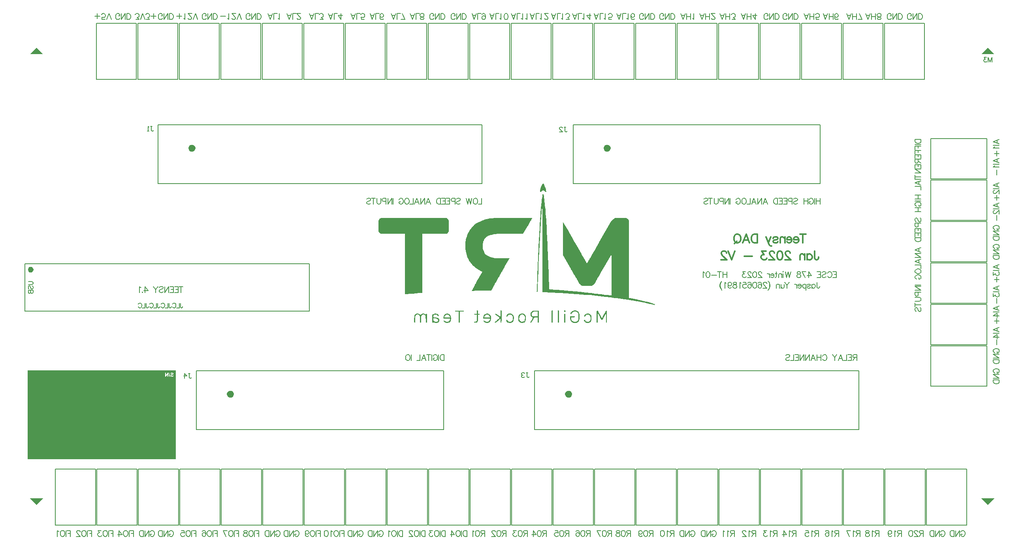
<source format=gbo>
G04*
G04 #@! TF.GenerationSoftware,Altium Limited,Altium Designer,22.10.1 (41)*
G04*
G04 Layer_Color=16711935*
%FSLAX25Y25*%
%MOIN*%
G70*
G04*
G04 #@! TF.SameCoordinates,B22AEA06-AE45-4BA8-881C-222E2ACC086B*
G04*
G04*
G04 #@! TF.FilePolarity,Positive*
G04*
G01*
G75*
%ADD15C,0.00700*%
%ADD18C,0.00800*%
%ADD19C,0.00600*%
%ADD20C,0.01200*%
%ADD108C,0.02500*%
%ADD122C,0.03937*%
G36*
X9500Y37000D02*
X15000Y31500D01*
X20500Y37000D01*
X9500D01*
D02*
G37*
G36*
X20500Y412000D02*
X15000Y417500D01*
X9500Y412000D01*
X20500D01*
D02*
G37*
G36*
X812000Y37000D02*
X817500Y31500D01*
X823000Y37000D01*
X812000D01*
D02*
G37*
G36*
X823000Y412000D02*
X817500Y417500D01*
X812000Y412000D01*
X823000D01*
D02*
G37*
G36*
X132500Y70000D02*
X7500D01*
Y145000D01*
X132500D01*
Y70000D01*
D02*
G37*
G36*
X442390Y303006D02*
X442489Y302907D01*
X442587Y302809D01*
Y302710D01*
X442981Y302120D01*
X443276Y301431D01*
X443867Y300151D01*
X444064Y299561D01*
X444261Y299069D01*
X444359Y298774D01*
Y298675D01*
X444654Y297888D01*
X444753Y297199D01*
X444851Y296707D01*
X444949Y296313D01*
Y296116D01*
Y295919D01*
Y295821D01*
X444753Y295723D01*
X444556D01*
X444359Y295821D01*
X444261D01*
X443670Y296215D01*
X443080Y296608D01*
X442587Y297002D01*
X442390Y297100D01*
X442292Y297199D01*
X441800Y296805D01*
X441406Y296510D01*
X441013Y296313D01*
X440816Y296116D01*
X440717Y296018D01*
X440422Y295821D01*
X440127Y295723D01*
X439930D01*
X439733Y295821D01*
X439635Y296018D01*
Y296510D01*
X439733Y297002D01*
X439832Y297494D01*
X440028Y297986D01*
X440127Y298281D01*
Y298380D01*
X440422Y299463D01*
X440816Y300348D01*
X441210Y301037D01*
X441505Y301726D01*
X441800Y302218D01*
X441997Y302514D01*
X442095Y302710D01*
X442194Y302809D01*
X442292Y303006D01*
Y303104D01*
X442390D01*
Y303006D01*
D02*
G37*
G36*
X433041Y273676D02*
X433139Y273578D01*
X433041Y273480D01*
X432942Y273283D01*
X432549Y272594D01*
X432253Y271905D01*
X432057Y271708D01*
Y271610D01*
X431171Y270133D01*
X430285Y268559D01*
X429990Y267870D01*
X429694Y267377D01*
X429497Y266984D01*
X429399Y266885D01*
X425561Y260193D01*
X403712D01*
X402334Y260094D01*
X401153Y259996D01*
X400759Y259898D01*
X400365D01*
X400168Y259799D01*
X400070D01*
X398495Y259405D01*
X397117Y259012D01*
X395936Y258520D01*
X395051Y258028D01*
X394362Y257536D01*
X393869Y257142D01*
X393574Y256847D01*
X393476Y256748D01*
X392787Y255764D01*
X392295Y254780D01*
X391901Y253599D01*
X391704Y252516D01*
X391507Y251532D01*
X391409Y250745D01*
Y250154D01*
Y250056D01*
Y249957D01*
X391507Y248186D01*
X391803Y246709D01*
X392295Y245528D01*
X392688Y244446D01*
X393180Y243658D01*
X393673Y243166D01*
X393968Y242773D01*
X394066Y242674D01*
X395149Y241887D01*
X396527Y241198D01*
X397905Y240706D01*
X399283Y240312D01*
X400562Y240017D01*
X401645Y239820D01*
X402038D01*
X402334Y239721D01*
X413947D01*
X410109Y232930D01*
X409617Y231946D01*
X409026Y231061D01*
X408633Y230273D01*
X408239Y229584D01*
X407944Y228994D01*
X407648Y228600D01*
X407550Y228305D01*
X407451Y228206D01*
X407058Y227517D01*
X406763Y227025D01*
X406566Y226730D01*
X406369Y226435D01*
X406270Y226238D01*
Y226140D01*
X406172Y226041D01*
X406074Y225844D01*
X405680Y225155D01*
X405385Y224368D01*
X405188Y224171D01*
Y224073D01*
X404204Y222498D01*
X403318Y221022D01*
X402924Y220333D01*
X402629Y219841D01*
X402432Y219447D01*
X402334Y219349D01*
X401743Y218266D01*
X401251Y217282D01*
X400759Y216494D01*
X400365Y215707D01*
X400070Y215117D01*
X399873Y214723D01*
X399676Y214428D01*
Y214329D01*
X399283Y213640D01*
X398987Y213148D01*
X398791Y212853D01*
X398594Y212656D01*
X398495Y212361D01*
X395247D01*
X394854Y212262D01*
X384716D01*
X384126Y212164D01*
X381961D01*
X382059Y212262D01*
X382256Y212558D01*
X382453Y212853D01*
X382650Y213345D01*
X382945Y213739D01*
X383142Y214034D01*
X383240Y214329D01*
X383338Y214428D01*
X384323Y216199D01*
X384716Y217085D01*
X385209Y217971D01*
X385602Y218660D01*
X385897Y219250D01*
X386094Y219644D01*
X386193Y219742D01*
X386882Y220923D01*
X387472Y221907D01*
X387964Y222892D01*
X388456Y223679D01*
X388850Y224368D01*
X389047Y224860D01*
X389244Y225155D01*
X389342Y225254D01*
X389736Y226041D01*
X390129Y226632D01*
X390326Y227124D01*
X390523Y227419D01*
X390622Y227616D01*
X390720Y227714D01*
Y227813D01*
X391114Y228305D01*
X390228Y228698D01*
X387768Y229978D01*
X385602Y231454D01*
X383732Y232930D01*
X382256Y234505D01*
X381075Y235883D01*
X380288Y236966D01*
X379992Y237458D01*
X379795Y237753D01*
X379599Y237950D01*
Y238048D01*
X379008Y239229D01*
X378417Y240509D01*
X377630Y243068D01*
X377138Y245627D01*
X376843Y247989D01*
Y249071D01*
X376744Y250056D01*
Y250941D01*
Y251630D01*
Y252221D01*
X376843Y252713D01*
Y253008D01*
Y253107D01*
X377138Y254878D01*
X377433Y256551D01*
X377925Y258126D01*
X378516Y259602D01*
X379106Y260882D01*
X379697Y262161D01*
X380386Y263244D01*
X381075Y264228D01*
X381764Y265114D01*
X382354Y265901D01*
X382945Y266590D01*
X383437Y267082D01*
X383929Y267476D01*
X384224Y267870D01*
X384421Y267968D01*
X384520Y268067D01*
X385799Y268952D01*
X387177Y269838D01*
X390129Y271117D01*
X393180Y272200D01*
X396035Y272889D01*
X397413Y273184D01*
X398594Y273381D01*
X399775Y273480D01*
X400759Y273578D01*
X401546Y273676D01*
X402137Y273775D01*
X432745D01*
X433041Y273676D01*
D02*
G37*
G36*
X360997Y273578D02*
X361489Y273283D01*
X361785Y273086D01*
X361883Y272988D01*
X362277Y272495D01*
X362474Y272102D01*
X362670Y271708D01*
Y271610D01*
Y271314D01*
Y270822D01*
Y270035D01*
Y269248D01*
Y268460D01*
Y267771D01*
Y267279D01*
Y267181D01*
Y267082D01*
Y265704D01*
Y264622D01*
Y263736D01*
Y263145D01*
Y262850D01*
Y262555D01*
Y262456D01*
X362474Y261964D01*
X362178Y261472D01*
X361981Y261177D01*
X361883Y261079D01*
X361391Y260685D01*
X360997Y260488D01*
X360603Y260390D01*
X360407D01*
X360210Y260291D01*
X340427D01*
Y210392D01*
X339935D01*
X339148Y210294D01*
X338164Y210195D01*
X336983D01*
X335900Y210097D01*
X334916Y209999D01*
X334621Y209900D01*
X334030D01*
X332947Y209802D01*
X331963D01*
X330290Y209703D01*
X329011Y209605D01*
X328027Y209507D01*
X327239D01*
X326747Y209408D01*
X325763D01*
Y260291D01*
X305980D01*
X305390Y260488D01*
X304898Y260685D01*
X304603Y260882D01*
X304504Y260980D01*
X304012Y261472D01*
X303717Y261866D01*
X303520Y262260D01*
Y262358D01*
X303421Y262555D01*
Y266885D01*
Y268067D01*
Y269051D01*
Y269740D01*
Y270330D01*
Y270625D01*
Y270921D01*
Y271019D01*
Y271511D01*
X303520Y271806D01*
X303618Y272003D01*
Y272102D01*
X303914Y272495D01*
X304209Y272889D01*
X304504Y273086D01*
X304603Y273184D01*
X304996Y273480D01*
X305390Y273676D01*
X305587Y273775D01*
X360505D01*
X360997Y273578D01*
D02*
G37*
G36*
X442784Y293557D02*
X442883Y293164D01*
X442981Y292179D01*
X443080Y291687D01*
Y291294D01*
X443178Y290998D01*
Y290900D01*
X443375Y289227D01*
X443473Y288439D01*
X443572Y287751D01*
Y287160D01*
X443670Y286766D01*
Y286471D01*
Y286373D01*
X443867Y284503D01*
X444064Y282534D01*
X444261Y280566D01*
X444359Y278794D01*
X444556Y277121D01*
Y276432D01*
X444654Y275842D01*
Y275350D01*
X444753Y274956D01*
Y274759D01*
Y274661D01*
X444949Y272003D01*
X445048Y269248D01*
X445245Y266590D01*
X445343Y264130D01*
X445442Y263047D01*
Y262063D01*
X445540Y261177D01*
Y260390D01*
Y259799D01*
X445638Y259307D01*
Y259012D01*
Y258913D01*
X445835Y255567D01*
X445934Y252221D01*
X446131Y249071D01*
X446229Y247595D01*
Y246119D01*
X446327Y244839D01*
Y243658D01*
X446426Y242576D01*
Y241690D01*
X446524Y240903D01*
Y240410D01*
Y240017D01*
Y239918D01*
X446721Y236080D01*
X446819Y232242D01*
X447016Y228600D01*
Y226927D01*
X447115Y225352D01*
Y223876D01*
X447213Y222498D01*
Y221317D01*
Y220333D01*
X447311Y219447D01*
Y218857D01*
Y218463D01*
Y218364D01*
Y217479D01*
Y216691D01*
X447410Y216101D01*
Y216002D01*
Y215904D01*
X447508Y215117D01*
Y214723D01*
Y214428D01*
Y214329D01*
Y213837D01*
X447607Y213739D01*
Y213640D01*
Y213443D01*
X448099D01*
X448591Y213345D01*
X449575D01*
X450067Y213246D01*
X450461D01*
X451445Y213148D01*
X452331D01*
X453020Y213050D01*
X453709Y212951D01*
X454299D01*
X454693Y212853D01*
X454988D01*
X457154Y212656D01*
X459220Y212558D01*
X461090Y212361D01*
X462862Y212262D01*
X464338Y212164D01*
X464929Y212066D01*
X465421D01*
X465814Y211967D01*
X466405D01*
X468472Y211770D01*
X470539Y211573D01*
X472310Y211377D01*
X473983Y211180D01*
X475460Y210983D01*
X476444Y210884D01*
X476936D01*
X477133Y210786D01*
X477428D01*
X479396Y210589D01*
X481266Y210392D01*
X483038Y210195D01*
X484613Y209999D01*
X485991Y209802D01*
X486975Y209703D01*
X487368D01*
X487664Y209605D01*
X487861D01*
X489731Y209408D01*
X491502Y209211D01*
X493077Y209015D01*
X494553Y208818D01*
X495734Y208719D01*
X496718Y208621D01*
X497309Y208522D01*
X497506D01*
X498293Y208424D01*
X498884Y208326D01*
X499277Y208227D01*
X500163D01*
Y208326D01*
Y208424D01*
Y209015D01*
Y209802D01*
Y210786D01*
Y211770D01*
Y212558D01*
Y213148D01*
Y213246D01*
Y213345D01*
Y215412D01*
Y217479D01*
Y219545D01*
Y221415D01*
Y223089D01*
Y223876D01*
Y224466D01*
Y224958D01*
Y225352D01*
Y225549D01*
Y225647D01*
Y243068D01*
X493175Y230962D01*
X492191Y229289D01*
X491207Y227714D01*
X490419Y226336D01*
X489731Y225155D01*
X489140Y224073D01*
X488550Y223187D01*
X488156Y222400D01*
X487762Y221711D01*
X487368Y221219D01*
X487172Y220726D01*
X486778Y220136D01*
X486581Y219841D01*
Y219742D01*
X485991Y218758D01*
X485400Y218069D01*
X485006Y217577D01*
X484908Y217479D01*
X484317Y216986D01*
X483825Y216593D01*
X483432Y216396D01*
X483333D01*
X482940Y216298D01*
X481660D01*
X480873Y216199D01*
X475755D01*
X475361Y216298D01*
X474869Y216593D01*
X474475Y216790D01*
X474180Y216986D01*
X474082Y217085D01*
X473590Y217577D01*
X473098Y218069D01*
X472802Y218463D01*
X472704Y218561D01*
X472606Y218758D01*
X472409Y219152D01*
X472015Y219742D01*
X471621Y220431D01*
X471326Y221120D01*
X470932Y221612D01*
X470736Y222006D01*
X470637Y222203D01*
X469850Y223581D01*
X468964Y225057D01*
X468177Y226435D01*
X467389Y227813D01*
X466700Y228895D01*
X466208Y229879D01*
X465814Y230470D01*
X465716Y230569D01*
Y230667D01*
X458925Y242379D01*
Y256453D01*
Y258618D01*
Y260488D01*
Y262161D01*
Y263638D01*
Y264819D01*
Y265704D01*
Y266196D01*
Y266393D01*
Y267771D01*
Y268755D01*
Y269543D01*
Y270035D01*
X459024Y270330D01*
Y270429D01*
X459122Y270330D01*
X459516Y269740D01*
X460008Y268854D01*
X460500Y267968D01*
X461090Y266984D01*
X461582Y266098D01*
X461976Y265508D01*
X462075Y265409D01*
Y265311D01*
X463256Y263342D01*
X464437Y261177D01*
X465618Y259110D01*
X466700Y257240D01*
X467685Y255469D01*
X468078Y254780D01*
X468472Y254091D01*
X468767Y253599D01*
X468964Y253205D01*
X469062Y253008D01*
X469161Y252910D01*
X470637Y250253D01*
X472015Y247890D01*
X473294Y245725D01*
X474279Y243954D01*
X475164Y242477D01*
X475460Y241887D01*
X475755Y241296D01*
X476050Y240903D01*
X476247Y240607D01*
X476345Y240509D01*
Y240410D01*
X476838Y239525D01*
X477330Y238737D01*
X477723Y237950D01*
X478019Y237359D01*
X478609Y236474D01*
X478904Y235883D01*
X479101Y235490D01*
X479200Y235293D01*
X479298Y235194D01*
Y235293D01*
X479396Y235391D01*
X479790Y235982D01*
X480282Y236867D01*
X480774Y237852D01*
X481365Y238737D01*
X481857Y239623D01*
X482251Y240214D01*
X482349Y240312D01*
Y240410D01*
X483530Y242477D01*
X484711Y244642D01*
X485991Y246709D01*
X487073Y248678D01*
X488057Y250449D01*
X488451Y251138D01*
X488845Y251827D01*
X489140Y252319D01*
X489337Y252713D01*
X489435Y252910D01*
X489534Y253008D01*
X499868Y270921D01*
X500458Y271610D01*
X501147Y272299D01*
X501639Y272791D01*
X501935Y272988D01*
X502033Y273086D01*
X502525Y273381D01*
X503017Y273578D01*
X503312Y273676D01*
X503805D01*
X504395Y273775D01*
X511973D01*
X512269Y273676D01*
X512662D01*
X513155Y273381D01*
X513548Y273086D01*
X513843Y272889D01*
X513942Y272791D01*
X514532Y272003D01*
X514631Y271708D01*
X514729Y271610D01*
Y271511D01*
Y271314D01*
Y270724D01*
Y269936D01*
Y268952D01*
X514828Y268067D01*
Y267377D01*
Y266787D01*
Y266689D01*
Y266590D01*
Y266098D01*
Y265508D01*
Y264031D01*
Y262260D01*
Y260291D01*
Y258126D01*
Y255764D01*
Y250941D01*
Y248579D01*
Y246316D01*
Y244249D01*
Y242477D01*
Y240903D01*
Y240312D01*
Y239721D01*
Y239328D01*
Y239033D01*
Y238836D01*
Y238737D01*
Y206062D01*
X516009Y205865D01*
X517780Y205570D01*
X519453Y205176D01*
X521028Y204881D01*
X522406Y204684D01*
X523489Y204389D01*
X524374Y204290D01*
X524866Y204094D01*
X525063D01*
X526540Y203798D01*
X527917Y203404D01*
X529099Y203109D01*
X530181Y202912D01*
X531067Y202617D01*
X531658Y202519D01*
X532150Y202322D01*
X532248D01*
X533331Y202027D01*
X534315Y201731D01*
X534610Y201535D01*
X534905Y201436D01*
X535102Y201338D01*
X535201D01*
X535693Y201141D01*
X535988Y201043D01*
X536382Y200944D01*
X536579Y200846D01*
X536480Y200649D01*
Y200550D01*
Y200452D01*
X536382Y200255D01*
Y200157D01*
X536283D01*
X536185Y200255D01*
X535988D01*
X535299Y200452D01*
X535102Y200550D01*
X535004D01*
X532445Y201141D01*
X529886Y201731D01*
X527425Y202223D01*
X525162Y202716D01*
X524079Y202912D01*
X523193Y203011D01*
X522308Y203208D01*
X521619Y203306D01*
X521028Y203503D01*
X520635D01*
X520339Y203601D01*
X520241D01*
X517190Y204094D01*
X514139Y204586D01*
X511186Y204979D01*
X508430Y205373D01*
X507249Y205570D01*
X506167Y205668D01*
X505183Y205865D01*
X504297Y205963D01*
X503608Y206062D01*
X503116D01*
X502820Y206160D01*
X502722D01*
X499081Y206652D01*
X495537Y207046D01*
X492093Y207440D01*
X490518Y207637D01*
X489042Y207833D01*
X487664Y207932D01*
X486384Y208129D01*
X485302Y208227D01*
X484317Y208326D01*
X483629Y208424D01*
X483038Y208522D01*
X482546D01*
X478511Y208818D01*
X474574Y209113D01*
X470736Y209408D01*
X468964Y209507D01*
X467389Y209605D01*
X465814Y209703D01*
X464437Y209802D01*
X463256Y209900D01*
X462173Y209999D01*
X461386D01*
X460697Y210097D01*
X460205D01*
X458335Y210195D01*
X456465Y210294D01*
X454693Y210392D01*
X453020Y210491D01*
X451642Y210589D01*
X450461Y210688D01*
X449477D01*
X448394Y210786D01*
X446623D01*
X445835Y210884D01*
X444654D01*
X443670Y210983D01*
X441898D01*
Y249662D01*
Y252221D01*
Y254681D01*
Y257043D01*
Y259307D01*
Y261374D01*
Y263342D01*
Y265114D01*
Y266885D01*
Y268559D01*
Y270035D01*
Y271413D01*
Y272791D01*
Y275054D01*
Y277023D01*
Y278696D01*
Y280074D01*
Y281058D01*
Y281944D01*
Y282436D01*
Y282829D01*
Y283026D01*
Y283125D01*
Y284011D01*
Y284798D01*
Y285388D01*
Y285979D01*
Y286766D01*
X441800Y287357D01*
Y287652D01*
Y287751D01*
X441603Y286077D01*
X441505Y284207D01*
X441308Y282239D01*
X441111Y280467D01*
X441013Y278794D01*
X440914Y278105D01*
Y277515D01*
Y277023D01*
X440816Y276629D01*
Y276432D01*
Y276334D01*
X440619Y273578D01*
X440422Y270724D01*
X440324Y267870D01*
X440127Y265311D01*
X440028Y264130D01*
Y263047D01*
X439930Y262161D01*
Y261276D01*
X439832Y260587D01*
Y260094D01*
Y259799D01*
Y259701D01*
X439635Y256059D01*
X439438Y252516D01*
X439241Y248973D01*
X439143Y247398D01*
X439044Y245824D01*
Y244347D01*
X438946Y243068D01*
X438847Y241887D01*
Y240903D01*
X438749Y240115D01*
Y239525D01*
Y239131D01*
Y239033D01*
X438552Y234801D01*
X438355Y230667D01*
X438257Y226829D01*
X438159Y224958D01*
X438060Y223285D01*
X437962Y221711D01*
Y220234D01*
X437863Y219053D01*
Y217971D01*
X437765Y217085D01*
Y216396D01*
Y216002D01*
Y215904D01*
Y215018D01*
Y214231D01*
Y213640D01*
Y213542D01*
Y213443D01*
X437666Y212754D01*
Y212262D01*
Y212066D01*
Y211967D01*
Y211180D01*
X437076D01*
X436879Y211278D01*
Y211672D01*
X436977Y211967D01*
Y212361D01*
Y212754D01*
Y212951D01*
Y213739D01*
Y214526D01*
X437076Y215117D01*
Y215215D01*
Y215313D01*
X437273Y220530D01*
X437371Y223089D01*
X437469Y225451D01*
X437568Y227813D01*
X437666Y229978D01*
X437765Y232045D01*
Y234013D01*
X437863Y235785D01*
X437962Y237359D01*
Y238737D01*
X438060Y239918D01*
Y240804D01*
X438159Y241493D01*
Y241985D01*
Y242084D01*
X438355Y246611D01*
X438454Y248776D01*
X438552Y250843D01*
X438651Y252811D01*
X438749Y254681D01*
X438847Y256453D01*
X438946Y258028D01*
X439044Y259504D01*
X439143Y260783D01*
Y261866D01*
X439241Y262850D01*
Y263638D01*
X439339Y264130D01*
Y264523D01*
Y264622D01*
X439536Y268263D01*
X439733Y271610D01*
X439832Y273184D01*
X439930Y274661D01*
X440028Y275940D01*
X440127Y277220D01*
X440225Y278302D01*
Y279286D01*
X440324Y280074D01*
X440422Y280861D01*
Y281353D01*
X440521Y281845D01*
Y282042D01*
Y282140D01*
X440816Y284700D01*
X441013Y286963D01*
X441210Y288833D01*
X441406Y290408D01*
X441603Y291589D01*
X441702Y292475D01*
X441800Y292967D01*
Y293164D01*
X441898Y293754D01*
X442784D01*
Y293557D01*
D02*
G37*
G36*
X461090Y195432D02*
X461189Y195334D01*
X461287Y195137D01*
Y195039D01*
Y194744D01*
X461189Y194547D01*
X461090Y194448D01*
X460992Y194350D01*
X460893Y194252D01*
X460401D01*
X460205Y194350D01*
X460008Y194448D01*
X459909Y194547D01*
Y194744D01*
Y194842D01*
Y194940D01*
Y195236D01*
Y195334D01*
X460008Y195432D01*
X460106Y195531D01*
X460992D01*
X461090Y195432D01*
D02*
G37*
G36*
X341609Y192874D02*
X341805D01*
X342297Y192775D01*
X342396Y192677D01*
X342494D01*
X342888Y192480D01*
X342986Y192382D01*
X343085Y192283D01*
X343282Y192086D01*
Y192382D01*
Y192578D01*
X343380Y192677D01*
X343478D01*
X343675Y192775D01*
X344069D01*
X344167Y192677D01*
X344266Y192578D01*
Y192480D01*
Y192283D01*
Y191791D01*
Y191299D01*
Y190708D01*
Y190118D01*
Y189626D01*
Y189232D01*
Y189134D01*
Y188051D01*
Y187165D01*
Y186575D01*
Y186181D01*
Y185886D01*
Y185689D01*
Y185591D01*
X344167Y185394D01*
X343971Y185295D01*
X343872Y185197D01*
X343774D01*
X343478Y185295D01*
X343380Y185394D01*
Y185591D01*
X343282Y185886D01*
Y186673D01*
Y187165D01*
Y187460D01*
Y187756D01*
Y187854D01*
Y188543D01*
X343183Y189134D01*
Y189527D01*
Y189823D01*
Y190216D01*
Y190315D01*
X343085Y190905D01*
X342986Y191102D01*
Y191200D01*
X342494Y191791D01*
X342002Y192086D01*
X341510Y192185D01*
X341313D01*
X340526Y191988D01*
X340034Y191594D01*
X339738Y191200D01*
X339640Y191102D01*
Y191004D01*
X339443Y190512D01*
Y190315D01*
Y190216D01*
Y189921D01*
Y189527D01*
Y188740D01*
Y188346D01*
Y187953D01*
Y187756D01*
Y187657D01*
Y186968D01*
Y186476D01*
Y186083D01*
X339345Y185787D01*
Y185492D01*
Y185394D01*
X339148Y185197D01*
X338656D01*
X338558Y185295D01*
X338459Y185394D01*
Y185591D01*
Y185886D01*
X338361Y186673D01*
Y187165D01*
Y187460D01*
Y187756D01*
Y187854D01*
Y188543D01*
Y189134D01*
Y189527D01*
Y189823D01*
Y190216D01*
Y190315D01*
X338262Y190807D01*
X338164Y191004D01*
X337672Y191693D01*
X337180Y191988D01*
X336687Y192185D01*
X336491D01*
X335703Y191988D01*
X335211Y191693D01*
X334916Y191397D01*
X334818Y191200D01*
X334621Y190905D01*
X334522Y190610D01*
Y190413D01*
Y190315D01*
Y190118D01*
X334424Y189724D01*
Y188937D01*
Y188543D01*
Y188149D01*
Y187953D01*
Y187854D01*
Y187067D01*
Y186476D01*
Y186083D01*
Y185787D01*
Y185591D01*
Y185492D01*
Y185394D01*
X334227Y185197D01*
X334030D01*
X333833Y185295D01*
X333636Y185394D01*
Y185492D01*
Y185689D01*
X333538Y185984D01*
Y186673D01*
Y187362D01*
Y187559D01*
Y187657D01*
Y188543D01*
Y189232D01*
X333636Y189823D01*
Y190315D01*
Y190610D01*
X333735Y190807D01*
Y191004D01*
X333833Y191496D01*
X334128Y191889D01*
X334325Y192185D01*
X334424Y192283D01*
X335113Y192677D01*
X335802Y192874D01*
X336687D01*
X337573Y192677D01*
X338262Y192382D01*
X338656Y191988D01*
X338754Y191889D01*
X338853Y191693D01*
X339050Y191988D01*
X339443Y192283D01*
X339738Y192578D01*
X340132Y192677D01*
X340231Y192775D01*
X340723Y192874D01*
X341313Y192972D01*
X341609Y192874D01*
D02*
G37*
G36*
X352041D02*
X352139D01*
X352533Y192775D01*
X353124Y192677D01*
X353616Y192382D01*
X353714Y192283D01*
X353911Y192086D01*
X354108Y191693D01*
X354305Y191299D01*
Y191102D01*
X354206Y190905D01*
X354108D01*
X353813Y190807D01*
X353714D01*
X353616Y190905D01*
X353517Y191004D01*
X353419Y191102D01*
X353222Y191299D01*
Y191397D01*
X353124Y191496D01*
X352730Y191889D01*
X352631D01*
X352435Y191988D01*
X352139Y192086D01*
X351057D01*
X350565Y191988D01*
X350073Y191791D01*
X349974Y191693D01*
X349777Y191496D01*
X349679Y191102D01*
X349581Y190512D01*
Y190019D01*
X350860Y189823D01*
X350958D01*
X351254Y189724D01*
X351549D01*
X352041Y189626D01*
X353025Y189330D01*
X353517Y189232D01*
X353911Y189035D01*
X354009Y188937D01*
X354305Y188642D01*
X354600Y188149D01*
X354698Y187362D01*
Y187264D01*
Y187067D01*
X354600Y186476D01*
X354403Y186181D01*
X354108Y185787D01*
X353616Y185492D01*
X353025Y185197D01*
X352927D01*
X352730Y185098D01*
X351352D01*
X350860Y185197D01*
X350269Y185492D01*
X349777Y185886D01*
X349581Y186083D01*
Y185787D01*
Y185689D01*
Y185591D01*
Y185394D01*
X349482Y185295D01*
X349384D01*
X348990Y185197D01*
X348793D01*
X348695Y185295D01*
X348596Y185492D01*
Y185591D01*
Y185689D01*
Y185984D01*
Y186279D01*
Y186772D01*
Y187362D01*
Y188149D01*
Y188248D01*
Y188543D01*
Y188937D01*
Y189429D01*
Y190315D01*
Y190708D01*
Y191004D01*
Y191102D01*
Y191299D01*
X348695Y191594D01*
X348892Y191889D01*
X348990Y191988D01*
X349187Y192185D01*
X349581Y192480D01*
X350171Y192677D01*
X350368Y192775D01*
X350762Y192874D01*
X351352Y192972D01*
X352041Y192874D01*
D02*
G37*
G36*
X407156Y195432D02*
X407255Y195236D01*
Y195039D01*
Y194940D01*
Y194645D01*
Y194055D01*
Y193267D01*
Y192480D01*
Y191693D01*
Y191004D01*
Y190512D01*
Y190315D01*
Y188838D01*
Y187756D01*
Y186968D01*
X407156Y186378D01*
Y185984D01*
Y185689D01*
Y185591D01*
X407058Y185394D01*
X406959Y185295D01*
X406763Y185197D01*
X406566D01*
X406369Y185295D01*
Y185394D01*
Y185492D01*
X406270Y185689D01*
Y186181D01*
Y186772D01*
Y186870D01*
Y186968D01*
Y188642D01*
X404302Y186968D01*
X403810Y186476D01*
X403416Y186181D01*
X402826Y185689D01*
X402629Y185492D01*
X402530Y185394D01*
X402137Y185197D01*
X401743D01*
X401546Y185295D01*
X401448Y185394D01*
Y185492D01*
Y185591D01*
X401546Y185689D01*
X401645Y185886D01*
X401743D01*
X401940Y185984D01*
X402137Y186279D01*
X402727Y186772D01*
X403318Y187362D01*
X403416Y187460D01*
X403515Y187559D01*
X404204Y188051D01*
X404696Y188445D01*
X404991Y188740D01*
X405089Y188838D01*
X405385Y189232D01*
X405582Y189330D01*
Y189429D01*
X405483Y189527D01*
X405286Y189724D01*
X405188Y189823D01*
X405089Y189921D01*
X404696Y190216D01*
X404204Y190610D01*
X403810Y190807D01*
X403712Y190905D01*
X403219Y191299D01*
X402826Y191594D01*
X402334Y191988D01*
X402137Y192185D01*
X402038D01*
X401841Y192382D01*
Y192480D01*
Y192677D01*
X401940D01*
X402137Y192775D01*
X402727D01*
X402924Y192677D01*
X403023Y192578D01*
X403219Y192480D01*
X403810Y192086D01*
X404302Y191693D01*
X404499Y191594D01*
X404597Y191496D01*
X406270Y190216D01*
Y192775D01*
Y193366D01*
Y193858D01*
Y194252D01*
Y194547D01*
Y194842D01*
Y194940D01*
Y195236D01*
Y195432D01*
X406369Y195531D01*
X406959D01*
X407156Y195432D01*
D02*
G37*
G36*
X496226Y195334D02*
Y195236D01*
Y195039D01*
Y194744D01*
Y194645D01*
Y194252D01*
Y193661D01*
Y192972D01*
Y192185D01*
Y191496D01*
Y190905D01*
Y190512D01*
Y190315D01*
Y188838D01*
Y187756D01*
Y186968D01*
Y186378D01*
Y185984D01*
Y185689D01*
Y185591D01*
X496128Y185394D01*
X496029Y185295D01*
X495931Y185197D01*
X495833D01*
X495636Y185295D01*
X495439Y185394D01*
Y185492D01*
Y185591D01*
Y185886D01*
X495340Y186279D01*
Y186968D01*
Y187657D01*
Y188248D01*
Y188838D01*
Y189232D01*
Y189429D01*
Y193366D01*
X493963Y190610D01*
X493569Y189823D01*
X493175Y189232D01*
X492978Y188740D01*
X492782Y188445D01*
X492585Y188149D01*
X492486Y188051D01*
Y187953D01*
X492289Y187756D01*
X492093Y187657D01*
X491896D01*
X491601Y187756D01*
X491404Y187854D01*
X491305Y187953D01*
X491207Y188149D01*
X491010Y188543D01*
X490518Y189429D01*
X490321Y189823D01*
X490124Y190216D01*
X489927Y190512D01*
Y190610D01*
X488550Y193267D01*
Y185295D01*
X488451D01*
X488254Y185197D01*
X487959D01*
X487762Y185295D01*
X487565Y185394D01*
Y185492D01*
Y185591D01*
Y185886D01*
X487467Y186476D01*
Y187264D01*
Y188149D01*
Y188937D01*
Y189626D01*
Y190118D01*
Y190315D01*
Y191791D01*
Y192874D01*
Y193759D01*
Y194350D01*
X487565Y194645D01*
Y194940D01*
Y195039D01*
X487664Y195236D01*
X487762Y195432D01*
X488353D01*
X488451Y195334D01*
X488648Y195236D01*
Y195137D01*
X488746Y194940D01*
X488943Y194547D01*
X489140Y194055D01*
X489435Y193562D01*
X489731Y193070D01*
X490026Y192578D01*
X490124Y192283D01*
X490223Y192185D01*
X490715Y191299D01*
X491108Y190512D01*
X491305Y190118D01*
X491404Y189921D01*
X491699Y189330D01*
X491797Y189035D01*
X491896Y188937D01*
X491994Y189035D01*
X492093Y189330D01*
X492289Y189626D01*
X492388Y189823D01*
X492782Y190610D01*
X493175Y191299D01*
X493470Y191889D01*
X493569Y191988D01*
Y192086D01*
X494061Y192972D01*
X494455Y193661D01*
X494750Y194153D01*
X494848Y194350D01*
X495144Y194940D01*
X495242Y195236D01*
X495340Y195334D01*
X495439Y195432D01*
X496128D01*
X496226Y195334D01*
D02*
G37*
G36*
X480578Y192874D02*
X480774D01*
X481562Y192677D01*
X482054Y192382D01*
X482447Y192086D01*
X482546Y191988D01*
X482940Y191299D01*
X483136Y190610D01*
X483235Y190019D01*
Y189921D01*
Y189823D01*
Y189035D01*
Y188248D01*
X483136Y187657D01*
X483038Y187264D01*
X482841Y186870D01*
X482743Y186575D01*
X482644Y186476D01*
Y186378D01*
X481955Y185689D01*
X481070Y185295D01*
X480676Y185098D01*
X480381D01*
X480184Y185000D01*
X480085D01*
X479200Y185098D01*
X478511Y185295D01*
X478019Y185492D01*
X477920Y185591D01*
X477330Y186083D01*
X477034Y186673D01*
X476838Y187067D01*
Y187264D01*
X476936Y187559D01*
X477034Y187657D01*
X477822D01*
Y187460D01*
X477920Y187362D01*
Y187264D01*
X478215Y186772D01*
X478511Y186476D01*
X478904Y186279D01*
X479298Y186083D01*
X479889Y185984D01*
X480184D01*
X480676Y186083D01*
X481168Y186181D01*
X481759Y186772D01*
X482054Y187264D01*
X482152Y187362D01*
Y187460D01*
X482251Y187854D01*
X482349Y188346D01*
X482447Y188740D01*
Y188838D01*
X482349Y189429D01*
X482251Y189921D01*
X482152Y190216D01*
Y190315D01*
X481955Y190905D01*
X481759Y191299D01*
X481562Y191594D01*
X481463Y191693D01*
X480971Y191889D01*
X480479Y192086D01*
X479495D01*
X479101Y191988D01*
X478904Y191889D01*
X478806Y191791D01*
X478412Y191496D01*
X478215Y191200D01*
X478019Y190905D01*
X477920Y190807D01*
X477822Y190512D01*
X477723Y190413D01*
X477428Y190315D01*
X477330D01*
X477133Y190413D01*
X477034Y190512D01*
X476936Y190610D01*
Y190905D01*
X477034Y191200D01*
X477133Y191496D01*
Y191594D01*
X477527Y192086D01*
X478019Y192480D01*
X478412Y192677D01*
X478511Y192775D01*
X478609D01*
X479396Y192972D01*
X480085D01*
X480578Y192874D01*
D02*
G37*
G36*
X470637Y195334D02*
X471424Y195039D01*
X471818Y194645D01*
X472015Y194547D01*
X472507Y193858D01*
X472802Y193169D01*
X472999Y192578D01*
X473098Y192382D01*
Y192283D01*
Y192086D01*
X473196Y191791D01*
Y191200D01*
Y190610D01*
Y190413D01*
Y190315D01*
Y189823D01*
Y189330D01*
X473098Y188740D01*
Y188346D01*
Y188248D01*
X472802Y187264D01*
X472409Y186476D01*
X472015Y186083D01*
X471917Y185886D01*
X471031Y185394D01*
X470145Y185098D01*
X469751D01*
X469456Y185000D01*
X469161D01*
X468078Y185098D01*
X467291Y185394D01*
X466799Y185689D01*
X466602Y185787D01*
X466011Y186476D01*
X465519Y187264D01*
X465322Y187854D01*
X465224Y187953D01*
Y188051D01*
Y188346D01*
Y188838D01*
Y189232D01*
Y189429D01*
Y190118D01*
Y190413D01*
Y190610D01*
X465421Y190708D01*
X468767D01*
X468964Y190610D01*
X469062D01*
Y190512D01*
Y190315D01*
Y190216D01*
Y190019D01*
X468964Y189921D01*
X468767D01*
X468570Y189823D01*
X466110D01*
Y189134D01*
X466208Y188051D01*
X466503Y187362D01*
X466897Y186870D01*
X466996Y186772D01*
X467685Y186279D01*
X468373Y186083D01*
X468964Y185984D01*
X469161D01*
X470047Y186083D01*
X470736Y186378D01*
X471129Y186575D01*
X471326Y186673D01*
X471720Y187264D01*
X472015Y187953D01*
X472113Y188543D01*
Y188642D01*
Y188740D01*
X472212Y189823D01*
Y190708D01*
Y191299D01*
Y191397D01*
Y191496D01*
X472015Y192283D01*
X471917Y192874D01*
X471720Y193267D01*
Y193366D01*
X471424Y193858D01*
X471031Y194153D01*
X470637Y194350D01*
X470145Y194547D01*
X469751Y194645D01*
X469161D01*
X468472Y194547D01*
X467881Y194448D01*
X467488Y194153D01*
X467094Y193956D01*
X466602Y193366D01*
X466503Y193267D01*
Y193169D01*
X466405Y192972D01*
Y192874D01*
X466307Y192775D01*
Y192677D01*
X466110Y192578D01*
X466011Y192480D01*
X465814Y192578D01*
X465519D01*
X465322Y192677D01*
Y192874D01*
Y193070D01*
X465421Y193267D01*
Y193366D01*
X465814Y194055D01*
X466307Y194645D01*
X466799Y194940D01*
X466897Y195039D01*
X466996D01*
X467881Y195334D01*
X468767Y195531D01*
X469653D01*
X470637Y195334D01*
D02*
G37*
G36*
X414833Y192874D02*
X415030D01*
X415817Y192677D01*
X416408Y192382D01*
X416801Y192086D01*
X416900Y191988D01*
X417294Y191299D01*
X417490Y190512D01*
X417589Y189921D01*
Y189724D01*
Y189626D01*
Y188838D01*
X417490Y188149D01*
Y187559D01*
X417294Y187067D01*
X417195Y186772D01*
X417097Y186476D01*
X416998Y186378D01*
Y186279D01*
X416309Y185591D01*
X415423Y185197D01*
X415030Y185098D01*
X414735D01*
X414538Y185000D01*
X414439D01*
X413652Y185098D01*
X412963Y185295D01*
X412569Y185394D01*
X412372Y185492D01*
X411782Y185886D01*
X411487Y186378D01*
X411290Y186772D01*
Y186968D01*
X411191Y187264D01*
Y187460D01*
X411290Y187559D01*
X411487Y187657D01*
X412077D01*
Y187559D01*
X412176Y187362D01*
X412274Y187264D01*
Y187165D01*
X412569Y186673D01*
X412963Y186378D01*
X413258Y186181D01*
X413652Y186083D01*
X414242Y185984D01*
X414538D01*
X415030Y186083D01*
X415522Y186279D01*
X416112Y186772D01*
X416506Y187362D01*
X416605Y187460D01*
Y187559D01*
X416703Y187953D01*
Y188445D01*
Y188838D01*
Y188937D01*
Y189527D01*
X416605Y189921D01*
Y190216D01*
Y190315D01*
X416309Y190905D01*
X416112Y191299D01*
X415916Y191594D01*
X415817Y191693D01*
X415325Y191889D01*
X414833Y192086D01*
X413750D01*
X413357Y191988D01*
X413160Y191889D01*
X413061Y191791D01*
X412766Y191496D01*
X412471Y191200D01*
X412372Y190905D01*
X412274Y190807D01*
X412077Y190512D01*
Y190413D01*
X411880Y190315D01*
X411684D01*
X411388Y190413D01*
X411290Y190512D01*
X411191Y190708D01*
Y190807D01*
X411290Y191004D01*
X411585Y191693D01*
X412077Y192185D01*
X412471Y192480D01*
X412569Y192578D01*
X412668D01*
X413455Y192874D01*
X414242Y192972D01*
X414833Y192874D01*
D02*
G37*
G36*
X396133Y192775D02*
X396822Y192480D01*
X396920D01*
X397019Y192382D01*
X397511Y191889D01*
X397708Y191693D01*
X398003Y191200D01*
X398298Y190315D01*
X398397Y189724D01*
Y189134D01*
Y189035D01*
Y188838D01*
X398298Y188445D01*
X398200Y188051D01*
X398003Y187067D01*
X397511Y186083D01*
X397413Y185984D01*
X397117Y185689D01*
X396527Y185295D01*
X395838Y185098D01*
X394362D01*
X393574Y185295D01*
X393377Y185394D01*
X392984Y185689D01*
X392590Y186083D01*
X392196Y186575D01*
X392098Y186673D01*
Y186870D01*
X392196Y187165D01*
X392885D01*
X393180Y186772D01*
Y186673D01*
X393377Y186575D01*
X393869Y186181D01*
X394263Y186083D01*
X394755Y185984D01*
X395247D01*
X395838Y186083D01*
X395936D01*
X396035Y186181D01*
X396625Y186575D01*
X396822Y186870D01*
X397117Y187264D01*
X397314Y187756D01*
X397413Y188346D01*
Y188642D01*
X392590D01*
X392295Y188740D01*
X392098D01*
X392000Y188838D01*
X391901Y189035D01*
Y189429D01*
Y189527D01*
Y189626D01*
X392000Y190216D01*
X392098Y191004D01*
X392492Y191693D01*
X392590Y191791D01*
X392885Y192185D01*
X393476Y192480D01*
X394165Y192775D01*
X394263D01*
X394362Y192874D01*
X395936D01*
X396133Y192775D01*
D02*
G37*
G36*
X362080Y192874D02*
X362178D01*
X362277Y192775D01*
X362769Y192578D01*
X363458Y192283D01*
X364048Y191693D01*
X364147Y191496D01*
X364344Y191004D01*
X364540Y190216D01*
X364639Y189134D01*
Y189035D01*
Y188937D01*
Y188346D01*
X364540Y187559D01*
X364344Y186870D01*
X364245Y186772D01*
X364048Y186378D01*
X363753Y185984D01*
X363261Y185492D01*
X363064Y185394D01*
X362572Y185197D01*
X361785Y185000D01*
X360800Y185098D01*
X360702D01*
X360505Y185197D01*
X359915Y185394D01*
X359226Y185689D01*
X358635Y186279D01*
Y186378D01*
X358537Y186575D01*
X358438Y186772D01*
Y186968D01*
X358537Y187067D01*
X358635Y187165D01*
X359226D01*
X359422Y186772D01*
X359521Y186673D01*
X359619Y186575D01*
X360210Y186181D01*
X360603Y186083D01*
X361096Y185984D01*
X361588D01*
X362178Y186083D01*
X362277D01*
X362375Y186181D01*
X362966Y186575D01*
X363261Y186968D01*
X363458Y187362D01*
X363655Y187953D01*
X363753Y188543D01*
Y188642D01*
X359226D01*
X358832Y188740D01*
X358340D01*
X358241Y188838D01*
Y188937D01*
X358143Y189134D01*
Y189527D01*
X358241Y190118D01*
Y190216D01*
X358340Y190610D01*
X358438Y191004D01*
X358635Y191397D01*
X358734Y191594D01*
X359029Y191889D01*
X359422Y192283D01*
X360111Y192677D01*
X360308Y192775D01*
X360702Y192874D01*
X361391Y192972D01*
X362080Y192874D01*
D02*
G37*
G36*
X461090Y192677D02*
Y192480D01*
Y192283D01*
Y192185D01*
Y191889D01*
Y191496D01*
Y190413D01*
Y189823D01*
Y189330D01*
Y189035D01*
Y188937D01*
Y187953D01*
Y187165D01*
Y186575D01*
Y186083D01*
Y185886D01*
Y185689D01*
Y185591D01*
X460992Y185394D01*
X460795Y185295D01*
X460697Y185197D01*
X460401D01*
X460303Y185295D01*
X460205D01*
Y188937D01*
Y190118D01*
Y190905D01*
Y191496D01*
Y191693D01*
Y192283D01*
Y192578D01*
Y192677D01*
X460401Y192775D01*
X460992D01*
X461090Y192677D01*
D02*
G37*
G36*
X455579Y195432D02*
X455677Y195334D01*
Y195137D01*
Y195039D01*
Y194744D01*
Y194153D01*
Y193366D01*
Y192578D01*
Y191791D01*
Y191200D01*
Y190708D01*
Y190512D01*
Y189035D01*
Y187854D01*
Y186968D01*
Y186378D01*
Y185984D01*
Y185689D01*
Y185591D01*
X455579Y185394D01*
X455382Y185295D01*
X455284Y185197D01*
X454988D01*
X454890Y185295D01*
X454693Y185394D01*
Y190512D01*
Y191693D01*
Y192578D01*
Y193267D01*
Y193858D01*
Y194252D01*
Y194448D01*
Y194645D01*
Y195137D01*
X454791Y195432D01*
X454890Y195531D01*
X455382D01*
X455579Y195432D01*
D02*
G37*
G36*
X450264D02*
Y195334D01*
Y195236D01*
X450363Y194547D01*
Y193759D01*
Y192874D01*
Y191889D01*
Y191102D01*
Y190512D01*
Y190413D01*
Y190315D01*
Y189429D01*
Y188642D01*
Y187953D01*
X450264Y187460D01*
Y186476D01*
Y185886D01*
Y185591D01*
Y185394D01*
Y185295D01*
X450067Y185197D01*
X449870D01*
X449575Y185295D01*
X449477D01*
Y190512D01*
Y191889D01*
Y192972D01*
Y193366D01*
Y193661D01*
Y193858D01*
Y193956D01*
Y194448D01*
Y194842D01*
Y195039D01*
Y195236D01*
Y195432D01*
X449575Y195531D01*
X450264D01*
Y195432D01*
D02*
G37*
G36*
X438847Y195334D02*
Y195236D01*
Y195039D01*
Y194645D01*
Y194448D01*
Y194252D01*
Y193858D01*
Y193267D01*
Y192578D01*
Y191594D01*
Y190315D01*
Y185394D01*
Y185295D01*
X438749D01*
X438651Y185197D01*
X438159D01*
X437962Y185394D01*
Y185492D01*
X437863Y185689D01*
Y185984D01*
Y186378D01*
Y186870D01*
Y187460D01*
Y189527D01*
X434911D01*
X434222Y188346D01*
X434123Y188248D01*
X434025Y187953D01*
X433730Y187559D01*
X433434Y187067D01*
X432844Y186181D01*
X432647Y185787D01*
X432549Y185591D01*
X432450Y185492D01*
X432352Y185394D01*
X432155Y185295D01*
X431860Y185197D01*
X431761D01*
X431663Y185295D01*
X431564Y185394D01*
Y185591D01*
Y185689D01*
X431761Y185984D01*
X431860Y186181D01*
X432057Y186575D01*
X432352Y186968D01*
X432745Y187559D01*
X432844Y187756D01*
X432942Y188149D01*
X433238Y188642D01*
X433533Y189134D01*
Y189232D01*
X433631Y189429D01*
X433730Y189527D01*
X433828Y189626D01*
Y189724D01*
X433730Y189823D01*
X433434D01*
X433041Y190019D01*
X432549Y190315D01*
X432155Y190708D01*
X432057Y190807D01*
X431860Y191200D01*
X431761Y191791D01*
X431663Y192480D01*
Y192677D01*
Y193070D01*
X431860Y193562D01*
X432057Y194055D01*
X432155Y194153D01*
X432253Y194448D01*
X432647Y194842D01*
X433139Y195137D01*
X433238D01*
X433434Y195236D01*
X434123Y195334D01*
X434222D01*
X434517Y195432D01*
X438749D01*
X438847Y195334D01*
D02*
G37*
G36*
X387275Y195432D02*
Y195334D01*
Y195137D01*
Y194744D01*
Y194350D01*
Y194252D01*
Y194153D01*
Y192775D01*
X388555D01*
X388653Y192677D01*
X388752D01*
Y192578D01*
Y192480D01*
Y192382D01*
Y192185D01*
X388653Y192086D01*
X388456Y191988D01*
X387275D01*
Y189527D01*
Y188838D01*
Y188346D01*
Y187854D01*
Y187559D01*
Y187165D01*
Y187067D01*
X387177Y186476D01*
X387078Y186279D01*
Y186181D01*
X386882Y185787D01*
X386586Y185591D01*
X386488Y185394D01*
X386390D01*
X385897Y185295D01*
X385405Y185197D01*
X384421D01*
X384224Y185295D01*
X384126D01*
X384028Y185394D01*
Y185492D01*
Y185591D01*
Y185886D01*
Y185984D01*
X384126Y186083D01*
X385209D01*
X385602Y186181D01*
X385799D01*
X385897Y186279D01*
X386094Y186476D01*
X386193Y186673D01*
Y186772D01*
X386390Y186968D01*
Y189527D01*
Y191988D01*
X384815D01*
X384520Y192086D01*
X384421D01*
X384323Y192185D01*
X384224Y192283D01*
Y192382D01*
Y192578D01*
X384323Y192677D01*
X384421D01*
X384618Y192775D01*
X386390D01*
Y194153D01*
Y194645D01*
Y194940D01*
Y195137D01*
Y195432D01*
X386488Y195531D01*
X387078D01*
X387275Y195432D01*
D02*
G37*
G36*
X375268Y195334D02*
X375366Y195236D01*
X375465Y195137D01*
X375366Y194940D01*
Y194842D01*
X375268Y194645D01*
Y194547D01*
X372119D01*
Y185295D01*
X372020D01*
X371922Y185197D01*
X371725D01*
X371430Y185295D01*
X371331Y185394D01*
X371233Y185492D01*
Y185591D01*
Y185886D01*
Y186476D01*
Y187165D01*
Y187953D01*
Y188740D01*
Y189429D01*
Y189823D01*
Y190019D01*
Y194547D01*
X368182D01*
X367985Y194744D01*
Y194940D01*
Y195137D01*
X368083Y195334D01*
X368477D01*
X368969Y195432D01*
X375170D01*
X375268Y195334D01*
D02*
G37*
G36*
X425364Y192874D02*
X425561D01*
X426151Y192677D01*
X426840Y192283D01*
X427431Y191693D01*
X427529Y191496D01*
X427726Y191004D01*
X427824Y190019D01*
Y188740D01*
Y188642D01*
Y188445D01*
Y188149D01*
X427726Y187657D01*
X427529Y186772D01*
X427037Y185984D01*
X426840Y185787D01*
X426446Y185492D01*
X425659Y185197D01*
X424675Y185000D01*
X424478D01*
X423986Y185098D01*
X423395Y185197D01*
X422805Y185492D01*
X422707Y185591D01*
X422411Y185787D01*
X422018Y186181D01*
X421624Y186772D01*
X421525Y186968D01*
X421427Y187362D01*
X421329Y188051D01*
Y189035D01*
Y189134D01*
Y189330D01*
Y189921D01*
X421427Y190610D01*
X421624Y191299D01*
X421722Y191496D01*
X422018Y191889D01*
X422510Y192283D01*
X423199Y192677D01*
X423395Y192775D01*
X423789Y192874D01*
X424478Y192972D01*
X425364Y192874D01*
D02*
G37*
%LPC*%
G36*
X126111Y142942D02*
X125487D01*
X124169Y140799D01*
Y142942D01*
X123569D01*
Y139743D01*
X124218D01*
X125512Y141835D01*
Y139743D01*
X126111D01*
Y142942D01*
D02*
G37*
G36*
X126897Y142996D02*
X126436D01*
X127234Y139689D01*
X127684D01*
X126897Y142996D01*
D02*
G37*
G36*
X129219Y143000D02*
X129160D01*
X129119Y142996D01*
X129069Y142992D01*
X129011Y142988D01*
X128948Y142979D01*
X128878Y142967D01*
X128732Y142933D01*
X128657Y142913D01*
X128582Y142888D01*
X128507Y142859D01*
X128437Y142821D01*
X128370Y142780D01*
X128312Y142734D01*
X128308Y142730D01*
X128299Y142721D01*
X128283Y142709D01*
X128262Y142688D01*
X128241Y142659D01*
X128216Y142630D01*
X128187Y142592D01*
X128158Y142547D01*
X128129Y142501D01*
X128100Y142447D01*
X128075Y142388D01*
X128050Y142326D01*
X128029Y142260D01*
X128008Y142189D01*
X127996Y142110D01*
X127991Y142031D01*
X128636Y142006D01*
Y142010D01*
Y142018D01*
X128640Y142031D01*
X128645Y142047D01*
X128657Y142089D01*
X128674Y142143D01*
X128699Y142201D01*
X128728Y142260D01*
X128769Y142314D01*
X128815Y142359D01*
X128823Y142364D01*
X128840Y142376D01*
X128873Y142393D01*
X128919Y142413D01*
X128973Y142434D01*
X129044Y142451D01*
X129127Y142463D01*
X129223Y142467D01*
X129269D01*
X129294Y142463D01*
X129319D01*
X129385Y142455D01*
X129456Y142438D01*
X129527Y142418D01*
X129601Y142388D01*
X129664Y142351D01*
X129668Y142347D01*
X129681Y142339D01*
X129697Y142322D01*
X129714Y142297D01*
X129730Y142268D01*
X129747Y142235D01*
X129760Y142197D01*
X129764Y142151D01*
Y142147D01*
Y142135D01*
X129760Y142110D01*
X129751Y142085D01*
X129739Y142056D01*
X129722Y142022D01*
X129701Y141989D01*
X129668Y141956D01*
X129664Y141952D01*
X129656Y141947D01*
X129643Y141939D01*
X129626Y141931D01*
X129606Y141918D01*
X129581Y141906D01*
X129547Y141893D01*
X129514Y141877D01*
X129472Y141860D01*
X129423Y141843D01*
X129368Y141823D01*
X129306Y141806D01*
X129239Y141785D01*
X129160Y141764D01*
X129077Y141744D01*
X129073D01*
X129057Y141739D01*
X129032Y141731D01*
X128998Y141723D01*
X128961Y141715D01*
X128915Y141702D01*
X128865Y141690D01*
X128815Y141673D01*
X128703Y141636D01*
X128586Y141598D01*
X128478Y141557D01*
X128428Y141532D01*
X128383Y141511D01*
X128378D01*
X128374Y141507D01*
X128362Y141498D01*
X128345Y141490D01*
X128304Y141461D01*
X128254Y141423D01*
X128195Y141378D01*
X128137Y141319D01*
X128083Y141257D01*
X128029Y141182D01*
Y141178D01*
X128025Y141174D01*
X128016Y141161D01*
X128008Y141145D01*
X128000Y141124D01*
X127987Y141103D01*
X127962Y141041D01*
X127942Y140970D01*
X127921Y140883D01*
X127904Y140783D01*
X127900Y140675D01*
Y140645D01*
X127904Y140629D01*
Y140604D01*
X127908Y140575D01*
X127921Y140504D01*
X127937Y140425D01*
X127967Y140338D01*
X128004Y140246D01*
X128054Y140155D01*
Y140150D01*
X128062Y140146D01*
X128071Y140134D01*
X128083Y140117D01*
X128116Y140076D01*
X128166Y140021D01*
X128229Y139963D01*
X128299Y139905D01*
X128387Y139851D01*
X128487Y139801D01*
X128491D01*
X128499Y139797D01*
X128516Y139788D01*
X128536Y139784D01*
X128566Y139776D01*
X128595Y139763D01*
X128636Y139755D01*
X128678Y139743D01*
X128728Y139730D01*
X128778Y139722D01*
X128836Y139714D01*
X128898Y139701D01*
X129032Y139689D01*
X129181Y139684D01*
X129239D01*
X129281Y139689D01*
X129331Y139693D01*
X129389Y139701D01*
X129456Y139709D01*
X129527Y139718D01*
X129676Y139751D01*
X129751Y139776D01*
X129830Y139801D01*
X129905Y139834D01*
X129980Y139872D01*
X130051Y139913D01*
X130113Y139963D01*
X130117Y139967D01*
X130126Y139976D01*
X130142Y139992D01*
X130163Y140017D01*
X130192Y140046D01*
X130217Y140080D01*
X130250Y140121D01*
X130284Y140171D01*
X130317Y140225D01*
X130350Y140284D01*
X130384Y140350D01*
X130413Y140425D01*
X130442Y140504D01*
X130467Y140591D01*
X130483Y140683D01*
X130500Y140779D01*
X129872Y140841D01*
Y140837D01*
X129868Y140829D01*
X129864Y140812D01*
X129859Y140791D01*
X129855Y140762D01*
X129847Y140733D01*
X129822Y140666D01*
X129793Y140587D01*
X129751Y140512D01*
X129701Y140437D01*
X129643Y140375D01*
X129635Y140371D01*
X129610Y140354D01*
X129572Y140329D01*
X129518Y140304D01*
X129452Y140275D01*
X129373Y140254D01*
X129281Y140238D01*
X129177Y140229D01*
X129148D01*
X129127Y140234D01*
X129098D01*
X129069Y140238D01*
X129002Y140246D01*
X128923Y140263D01*
X128849Y140284D01*
X128774Y140317D01*
X128707Y140358D01*
X128699Y140363D01*
X128682Y140383D01*
X128657Y140408D01*
X128624Y140446D01*
X128595Y140491D01*
X128570Y140546D01*
X128553Y140604D01*
X128545Y140666D01*
Y140670D01*
Y140687D01*
X128549Y140708D01*
X128553Y140733D01*
X128561Y140766D01*
X128574Y140799D01*
X128591Y140833D01*
X128611Y140862D01*
X128615Y140866D01*
X128624Y140874D01*
X128640Y140891D01*
X128665Y140908D01*
X128699Y140928D01*
X128736Y140953D01*
X128786Y140978D01*
X128844Y140999D01*
X128849Y141003D01*
X128869Y141007D01*
X128882Y141012D01*
X128903Y141016D01*
X128923Y141024D01*
X128953Y141032D01*
X128982Y141041D01*
X129019Y141053D01*
X129061Y141066D01*
X129111Y141078D01*
X129165Y141091D01*
X129223Y141107D01*
X129289Y141124D01*
X129360Y141140D01*
X129364D01*
X129381Y141145D01*
X129410Y141153D01*
X129443Y141165D01*
X129485Y141178D01*
X129535Y141190D01*
X129589Y141207D01*
X129647Y141228D01*
X129768Y141274D01*
X129888Y141328D01*
X129943Y141357D01*
X129997Y141390D01*
X130047Y141423D01*
X130088Y141457D01*
X130092Y141461D01*
X130101Y141469D01*
X130113Y141486D01*
X130134Y141502D01*
X130155Y141532D01*
X130180Y141561D01*
X130205Y141598D01*
X130234Y141640D01*
X130259Y141681D01*
X130288Y141731D01*
X130334Y141843D01*
X130354Y141902D01*
X130367Y141968D01*
X130375Y142035D01*
X130379Y142106D01*
Y142110D01*
Y142118D01*
Y142131D01*
X130375Y142147D01*
X130371Y142193D01*
X130363Y142251D01*
X130346Y142322D01*
X130321Y142397D01*
X130288Y142480D01*
X130242Y142559D01*
Y142563D01*
X130234Y142567D01*
X130217Y142596D01*
X130184Y142634D01*
X130142Y142680D01*
X130084Y142734D01*
X130017Y142788D01*
X129938Y142842D01*
X129847Y142888D01*
X129843D01*
X129834Y142892D01*
X129822Y142900D01*
X129801Y142904D01*
X129776Y142913D01*
X129743Y142925D01*
X129710Y142933D01*
X129668Y142946D01*
X129626Y142954D01*
X129577Y142963D01*
X129472Y142983D01*
X129352Y142996D01*
X129219Y143000D01*
D02*
G37*
G36*
X350171Y189134D02*
X349581D01*
Y188642D01*
Y188543D01*
Y188445D01*
X349679Y187953D01*
X349876Y187264D01*
X350269Y186673D01*
X350368Y186575D01*
X350663Y186378D01*
X351254Y186083D01*
X351943Y185984D01*
X352139D01*
X352730Y186083D01*
X353320Y186378D01*
X353813Y186968D01*
Y187165D01*
Y187559D01*
Y187756D01*
X353616Y187953D01*
X353320Y188149D01*
X352927Y188346D01*
X352828Y188445D01*
X352631Y188543D01*
X352139Y188740D01*
X351450Y188937D01*
X351254D01*
X350762Y189035D01*
X350171Y189134D01*
D02*
G37*
G36*
X395346Y192086D02*
X394460D01*
X394165Y191889D01*
X393771Y191693D01*
X393377Y191299D01*
X393279Y191200D01*
X393082Y190905D01*
X392885Y190413D01*
X392787Y189823D01*
Y189527D01*
X397413D01*
Y189823D01*
Y189921D01*
Y190019D01*
X397216Y190512D01*
X397019Y191102D01*
X396527Y191693D01*
X396330Y191791D01*
X395936Y191988D01*
X395346Y192086D01*
D02*
G37*
G36*
X361686D02*
X360800D01*
X360505Y191889D01*
X360111Y191693D01*
X359718Y191299D01*
X359619Y191200D01*
X359422Y190905D01*
X359226Y190413D01*
X359127Y189823D01*
Y189527D01*
X363753D01*
Y189823D01*
Y189921D01*
Y190019D01*
X363556Y190512D01*
X363359Y191102D01*
X362867Y191693D01*
X362670Y191791D01*
X362277Y191988D01*
X361686Y192086D01*
D02*
G37*
G36*
X437863Y194547D02*
X434615D01*
X434222Y194448D01*
X434123D01*
X433730Y194252D01*
X433434Y194055D01*
X433041Y193759D01*
X432942Y193661D01*
X432844Y193366D01*
X432745Y192972D01*
Y192382D01*
Y192283D01*
Y191988D01*
X432844Y191594D01*
X433041Y191299D01*
Y191200D01*
X433238Y191004D01*
X433533Y190807D01*
X434025Y190610D01*
X434320Y190512D01*
X437863D01*
Y194547D01*
D02*
G37*
G36*
X424773Y192185D02*
X424084Y192086D01*
X423986D01*
X423789Y191988D01*
X423199Y191693D01*
X423100Y191594D01*
X423002Y191496D01*
X422608Y190905D01*
X422510Y190807D01*
X422411Y190413D01*
X422313Y189823D01*
X422215Y189035D01*
Y188838D01*
Y188346D01*
X422411Y187756D01*
X422608Y187165D01*
X422707Y186968D01*
X423002Y186575D01*
X423691Y186181D01*
X424084Y186083D01*
X424577Y185984D01*
X424773D01*
X425364Y186181D01*
X426053Y186476D01*
X426348Y186772D01*
X426643Y187165D01*
Y187264D01*
X426742Y187559D01*
X426840Y187953D01*
X426939Y188740D01*
Y188838D01*
Y188937D01*
Y189330D01*
Y189921D01*
X426840Y190512D01*
Y190708D01*
X426643Y191004D01*
X426348Y191496D01*
X425856Y191889D01*
X425659Y191988D01*
X425266Y192086D01*
X424773Y192185D01*
D02*
G37*
%LPD*%
D15*
X484190Y390742D02*
Y438037D01*
X450290Y390742D02*
X484190D01*
X450290D02*
Y438042D01*
X450295Y438037D01*
X484190D01*
X435079Y144606D02*
X708701D01*
X435079Y95000D02*
Y144606D01*
X708701Y95000D02*
Y144606D01*
X435079Y95000D02*
X708701D01*
X149799Y144606D02*
X358382D01*
X149799Y95000D02*
Y144606D01*
X358382Y95000D02*
Y144606D01*
X149799Y95000D02*
X358382D01*
X205810Y14463D02*
Y61757D01*
X239710D01*
Y14457D02*
Y61757D01*
X239705Y14463D02*
X239710Y14457D01*
X205810Y14463D02*
X239705D01*
X5000Y195000D02*
X245000Y195000D01*
X5000D02*
Y235000D01*
X245000Y195000D02*
Y235000D01*
X5000Y235000D02*
X245000Y235000D01*
X310810Y14463D02*
X344705D01*
X344710Y14457D01*
Y61757D01*
X310810D02*
X344710D01*
X310810Y14463D02*
Y61757D01*
X275810Y14463D02*
X309705D01*
X309710Y14457D01*
Y61757D01*
X275810D02*
X309710D01*
X275810Y14463D02*
Y61757D01*
X240810Y14463D02*
X274705D01*
X274710Y14457D01*
Y61757D01*
X240810D02*
X274710D01*
X240810Y14463D02*
Y61757D01*
X520810Y14463D02*
X554705D01*
X554710Y14457D01*
Y61757D01*
X520810D02*
X554710D01*
X520810Y14463D02*
Y61757D01*
X415810Y14463D02*
X449705D01*
X449710Y14457D01*
Y61757D01*
X415810D02*
X449710D01*
X415810Y14463D02*
Y61757D01*
X380810Y14463D02*
X414705D01*
X414710Y14457D01*
Y61757D01*
X380810D02*
X414710D01*
X380810Y14463D02*
Y61757D01*
X450810Y14463D02*
X484705D01*
X484710Y14457D01*
Y61757D01*
X450810D02*
X484710D01*
X450810Y14463D02*
Y61757D01*
X485810Y14463D02*
X519705D01*
X519710Y14457D01*
Y61757D01*
X485810D02*
X519710D01*
X485810Y14463D02*
Y61757D01*
X345810Y14463D02*
X379705D01*
X379710Y14457D01*
Y61757D01*
X345810D02*
X379710D01*
X345810Y14463D02*
Y61757D01*
X205295Y438037D02*
X239190D01*
X205290Y438042D02*
X205295Y438037D01*
X205290Y390742D02*
Y438042D01*
Y390742D02*
X239190D01*
Y438037D01*
X415295D02*
X449190D01*
X415290Y438042D02*
X415295Y438037D01*
X415290Y390742D02*
Y438042D01*
Y390742D02*
X449190D01*
Y438037D01*
X485295D02*
X519190D01*
X485290Y438042D02*
X485295Y438037D01*
X485290Y390742D02*
Y438042D01*
Y390742D02*
X519190D01*
Y438037D01*
X520295D02*
X554190D01*
X520290Y438042D02*
X520295Y438037D01*
X520290Y390742D02*
Y438042D01*
Y390742D02*
X554190D01*
Y438037D01*
X240295D02*
X274190D01*
X240290Y438042D02*
X240295Y438037D01*
X240290Y390742D02*
Y438042D01*
Y390742D02*
X274190D01*
Y438037D01*
X275295D02*
X309190D01*
X275290Y438042D02*
X275295Y438037D01*
X275290Y390742D02*
Y438042D01*
Y390742D02*
X309190D01*
Y438037D01*
X345295D02*
X379190D01*
X345290Y438042D02*
X345295Y438037D01*
X345290Y390742D02*
Y438042D01*
Y390742D02*
X379190D01*
Y438037D01*
X310295D02*
X344190D01*
X310290Y438042D02*
X310295Y438037D01*
X310290Y390742D02*
Y438042D01*
Y390742D02*
X344190D01*
Y438037D01*
X380295D02*
X414190D01*
X380290Y438042D02*
X380295Y438037D01*
X380290Y390742D02*
Y438042D01*
Y390742D02*
X414190D01*
Y438037D01*
X170295D02*
X204190D01*
X170290Y438042D02*
X170295Y438037D01*
X170290Y390742D02*
Y438042D01*
Y390742D02*
X204190D01*
Y438037D01*
X100295D02*
X134190D01*
X100290Y438042D02*
X100295Y438037D01*
X100290Y390742D02*
Y438042D01*
Y390742D02*
X134190D01*
Y438037D01*
X135295D02*
X169190D01*
X135290Y438042D02*
X135295Y438037D01*
X135290Y390742D02*
Y438042D01*
Y390742D02*
X169190D01*
Y438037D01*
X65295D02*
X99190D01*
X65290Y438042D02*
X65295Y438037D01*
X65290Y390742D02*
Y438042D01*
Y390742D02*
X99190D01*
Y438037D01*
X65810Y14463D02*
X99705D01*
X99710Y14457D01*
Y61757D01*
X65810D02*
X99710D01*
X65810Y14463D02*
Y61757D01*
X100810Y14463D02*
X134705D01*
X134710Y14457D01*
Y61757D01*
X100810D02*
X134710D01*
X100810Y14463D02*
Y61757D01*
X135810Y14463D02*
X169705D01*
X169710Y14457D01*
Y61757D01*
X135810D02*
X169710D01*
X135810Y14463D02*
Y61757D01*
X170810Y14463D02*
X204705D01*
X204710Y14457D01*
Y61757D01*
X170810D02*
X204710D01*
X170810Y14463D02*
Y61757D01*
X117280Y302681D02*
X390902D01*
Y352287D01*
X117280Y302681D02*
Y352287D01*
X390902D01*
X30810Y14463D02*
X64705D01*
X64710Y14457D01*
Y61757D01*
X30810D02*
X64710D01*
X30810Y14463D02*
Y61757D01*
X555810Y14463D02*
X589705D01*
X589710Y14457D01*
Y61757D01*
X555810D02*
X589710D01*
X555810Y14463D02*
Y61757D01*
X590810Y14463D02*
X624705D01*
X624710Y14457D01*
Y61757D01*
X590810D02*
X624710D01*
X590810Y14463D02*
Y61757D01*
X660810Y14463D02*
X694705D01*
X694710Y14457D01*
Y61757D01*
X660810D02*
X694710D01*
X660810Y14463D02*
Y61757D01*
X625810Y14463D02*
X659705D01*
X659710Y14457D01*
Y61757D01*
X625810D02*
X659710D01*
X625810Y14463D02*
Y61757D01*
X730810Y14463D02*
X764705D01*
X764710Y14457D01*
Y61757D01*
X730810D02*
X764710D01*
X730810Y14463D02*
Y61757D01*
X695810Y14463D02*
X729705D01*
X729710Y14457D01*
Y61757D01*
X695810D02*
X729710D01*
X695810Y14463D02*
Y61757D01*
X765810Y14463D02*
X799705D01*
X799710Y14457D01*
Y61757D01*
X765810D02*
X799710D01*
X765810Y14463D02*
Y61757D01*
X467598Y302681D02*
X676181D01*
Y352287D01*
X467598Y302681D02*
Y352287D01*
X676181D01*
X590295Y438037D02*
X624190D01*
X590290Y438042D02*
X590295Y438037D01*
X590290Y390742D02*
Y438042D01*
Y390742D02*
X624190D01*
Y438037D01*
X625295D02*
X659190D01*
X625290Y438042D02*
X625295Y438037D01*
X625290Y390742D02*
Y438042D01*
Y390742D02*
X659190D01*
Y438037D01*
X555295D02*
X589190D01*
X555290Y438042D02*
X555295Y438037D01*
X555290Y390742D02*
Y438042D01*
Y390742D02*
X589190D01*
Y438037D01*
X660295D02*
X694190D01*
X660290Y438042D02*
X660295Y438037D01*
X660290Y390742D02*
Y438042D01*
Y390742D02*
X694190D01*
Y438037D01*
X695295D02*
X729190D01*
X695290Y438042D02*
X695295Y438037D01*
X695290Y390742D02*
Y438042D01*
Y390742D02*
X729190D01*
Y438037D01*
X730295D02*
X764190D01*
X730290Y438042D02*
X730295Y438037D01*
X730290Y390742D02*
Y438042D01*
Y390742D02*
X764190D01*
Y438037D01*
X816822Y271810D02*
Y305705D01*
X816828Y305710D01*
X769528D02*
X816828D01*
X769528Y271810D02*
Y305710D01*
Y271810D02*
X816822D01*
Y166810D02*
Y200705D01*
X816828Y200710D01*
X769528D02*
X816828D01*
X769528Y166810D02*
Y200710D01*
Y166810D02*
X816822D01*
Y236810D02*
Y270705D01*
X816828Y270710D01*
X769528D02*
X816828D01*
X769528Y236810D02*
Y270710D01*
Y236810D02*
X816822D01*
Y201810D02*
Y235705D01*
X816828Y235710D01*
X769528D02*
X816828D01*
X769528Y201810D02*
Y235710D01*
Y201810D02*
X816822D01*
Y131810D02*
Y165705D01*
X816828Y165710D01*
X769528D02*
X816828D01*
X769528Y131810D02*
Y165710D01*
Y131810D02*
X816822D01*
Y306810D02*
Y340705D01*
X816828Y340710D01*
X769528D02*
X816828D01*
X769528Y306810D02*
Y340710D01*
Y306810D02*
X816822D01*
D18*
X686773Y228336D02*
X689867D01*
Y223337D01*
X686773D01*
X689867Y225956D02*
X687963D01*
X682369Y227146D02*
X682607Y227622D01*
X683083Y228098D01*
X683559Y228336D01*
X684511D01*
X684987Y228098D01*
X685463Y227622D01*
X685701Y227146D01*
X685939Y226432D01*
Y225242D01*
X685701Y224527D01*
X685463Y224051D01*
X684987Y223575D01*
X684511Y223337D01*
X683559D01*
X683083Y223575D01*
X682607Y224051D01*
X682369Y224527D01*
X677632Y227622D02*
X678108Y228098D01*
X678822Y228336D01*
X679774D01*
X680488Y228098D01*
X680964Y227622D01*
Y227146D01*
X680726Y226670D01*
X680488Y226432D01*
X680012Y226194D01*
X678584Y225718D01*
X678108Y225480D01*
X677870Y225242D01*
X677632Y224765D01*
Y224051D01*
X678108Y223575D01*
X678822Y223337D01*
X679774D01*
X680488Y223575D01*
X680964Y224051D01*
X673418Y228336D02*
X676513D01*
Y223337D01*
X673418D01*
X676513Y225956D02*
X674609D01*
X666277Y228336D02*
X668657Y225004D01*
X665087D01*
X666277Y228336D02*
Y223337D01*
X660873Y228336D02*
X663254Y223337D01*
X664206Y228336D02*
X660873D01*
X658564D02*
X659278Y228098D01*
X659516Y227622D01*
Y227146D01*
X659278Y226670D01*
X658802Y226432D01*
X657850Y226194D01*
X657136Y225956D01*
X656660Y225480D01*
X656422Y225004D01*
Y224289D01*
X656660Y223813D01*
X656898Y223575D01*
X657612Y223337D01*
X658564D01*
X659278Y223575D01*
X659516Y223813D01*
X659755Y224289D01*
Y225004D01*
X659516Y225480D01*
X659040Y225956D01*
X658326Y226194D01*
X657374Y226432D01*
X656898Y226670D01*
X656660Y227146D01*
Y227622D01*
X656898Y228098D01*
X657612Y228336D01*
X658564D01*
X651375D02*
X650185Y223337D01*
X648995Y228336D02*
X650185Y223337D01*
X648995Y228336D02*
X647805Y223337D01*
X646615Y228336D02*
X647805Y223337D01*
X645139Y228336D02*
X644901Y228098D01*
X644663Y228336D01*
X644901Y228574D01*
X645139Y228336D01*
X644901Y226670D02*
Y223337D01*
X643782Y226670D02*
Y223337D01*
Y225718D02*
X643068Y226432D01*
X642592Y226670D01*
X641878D01*
X641401Y226432D01*
X641163Y225718D01*
Y223337D01*
X639140Y228336D02*
Y224289D01*
X638902Y223575D01*
X638426Y223337D01*
X637950D01*
X639854Y226670D02*
X638188D01*
X637236Y225242D02*
X634379D01*
Y225718D01*
X634617Y226194D01*
X634855Y226432D01*
X635331Y226670D01*
X636045D01*
X636521Y226432D01*
X636998Y225956D01*
X637236Y225242D01*
Y224765D01*
X636998Y224051D01*
X636521Y223575D01*
X636045Y223337D01*
X635331D01*
X634855Y223575D01*
X634379Y224051D01*
X633308Y226670D02*
Y223337D01*
Y225242D02*
X633070Y225956D01*
X632594Y226432D01*
X632118Y226670D01*
X631403D01*
X626785Y227146D02*
Y227384D01*
X626547Y227860D01*
X626309Y228098D01*
X625833Y228336D01*
X624881D01*
X624405Y228098D01*
X624167Y227860D01*
X623929Y227384D01*
Y226908D01*
X624167Y226432D01*
X624643Y225718D01*
X627024Y223337D01*
X623691D01*
X621144Y228336D02*
X621858Y228098D01*
X622334Y227384D01*
X622572Y226194D01*
Y225480D01*
X622334Y224289D01*
X621858Y223575D01*
X621144Y223337D01*
X620668D01*
X619954Y223575D01*
X619478Y224289D01*
X619239Y225480D01*
Y226194D01*
X619478Y227384D01*
X619954Y228098D01*
X620668Y228336D01*
X621144D01*
X617883Y227146D02*
Y227384D01*
X617645Y227860D01*
X617407Y228098D01*
X616930Y228336D01*
X615978D01*
X615502Y228098D01*
X615264Y227860D01*
X615026Y227384D01*
Y226908D01*
X615264Y226432D01*
X615740Y225718D01*
X618121Y223337D01*
X614788D01*
X613193Y228336D02*
X610575D01*
X612003Y226432D01*
X611289D01*
X610813Y226194D01*
X610575Y225956D01*
X610337Y225242D01*
Y224765D01*
X610575Y224051D01*
X611051Y223575D01*
X611765Y223337D01*
X612479D01*
X613193Y223575D01*
X613431Y223813D01*
X613669Y224289D01*
X597435Y228336D02*
Y223337D01*
X594102Y228336D02*
Y223337D01*
X597435Y225956D02*
X594102D01*
X591055Y228336D02*
Y223337D01*
X592721Y228336D02*
X589389D01*
X588794Y225480D02*
X584509D01*
X581605Y228336D02*
X582319Y228098D01*
X582795Y227384D01*
X583033Y226194D01*
Y225480D01*
X582795Y224289D01*
X582319Y223575D01*
X581605Y223337D01*
X581129D01*
X580414Y223575D01*
X579938Y224289D01*
X579700Y225480D01*
Y226194D01*
X579938Y227384D01*
X580414Y228098D01*
X581129Y228336D01*
X581605D01*
X578581Y227384D02*
X578105Y227622D01*
X577391Y228336D01*
Y223337D01*
X673323Y219465D02*
Y215656D01*
X673561Y214942D01*
X673799Y214704D01*
X674275Y214466D01*
X674751D01*
X675227Y214704D01*
X675465Y214942D01*
X675703Y215656D01*
Y216133D01*
X669181Y217799D02*
Y214466D01*
Y217085D02*
X669657Y217561D01*
X670133Y217799D01*
X670847D01*
X671323Y217561D01*
X671800Y217085D01*
X672038Y216371D01*
Y215895D01*
X671800Y215180D01*
X671323Y214704D01*
X670847Y214466D01*
X670133D01*
X669657Y214704D01*
X669181Y215180D01*
X665230Y217085D02*
X665468Y217561D01*
X666182Y217799D01*
X666896D01*
X667610Y217561D01*
X667848Y217085D01*
X667610Y216609D01*
X667134Y216371D01*
X665944Y216133D01*
X665468Y215895D01*
X665230Y215419D01*
Y215180D01*
X665468Y214704D01*
X666182Y214466D01*
X666896D01*
X667610Y214704D01*
X667848Y215180D01*
X664182Y217799D02*
Y212800D01*
Y217085D02*
X663706Y217561D01*
X663230Y217799D01*
X662516D01*
X662040Y217561D01*
X661564Y217085D01*
X661326Y216371D01*
Y215895D01*
X661564Y215180D01*
X662040Y214704D01*
X662516Y214466D01*
X663230D01*
X663706Y214704D01*
X664182Y215180D01*
X660254Y216371D02*
X657398D01*
Y216847D01*
X657636Y217323D01*
X657874Y217561D01*
X658350Y217799D01*
X659064D01*
X659540Y217561D01*
X660016Y217085D01*
X660254Y216371D01*
Y215895D01*
X660016Y215180D01*
X659540Y214704D01*
X659064Y214466D01*
X658350D01*
X657874Y214704D01*
X657398Y215180D01*
X656327Y217799D02*
Y214466D01*
Y216371D02*
X656089Y217085D01*
X655613Y217561D01*
X655136Y217799D01*
X654422D01*
X650042Y219465D02*
X648138Y217085D01*
Y214466D01*
X646234Y219465D02*
X648138Y217085D01*
X645591Y217799D02*
Y215419D01*
X645353Y214704D01*
X644877Y214466D01*
X644163D01*
X643687Y214704D01*
X642973Y215419D01*
Y217799D02*
Y214466D01*
X641663Y217799D02*
Y214466D01*
Y216847D02*
X640949Y217561D01*
X640473Y217799D01*
X639759D01*
X639283Y217561D01*
X639045Y216847D01*
Y214466D01*
X632141Y220417D02*
X632618Y219941D01*
X633094Y219227D01*
X633570Y218275D01*
X633808Y217085D01*
Y216133D01*
X633570Y214942D01*
X633094Y213990D01*
X632618Y213276D01*
X632141Y212800D01*
X632618Y219941D02*
X633094Y218989D01*
X633332Y218275D01*
X633570Y217085D01*
Y216133D01*
X633332Y214942D01*
X633094Y214228D01*
X632618Y213276D01*
X630951Y218275D02*
Y218513D01*
X630713Y218989D01*
X630475Y219227D01*
X629999Y219465D01*
X629047D01*
X628571Y219227D01*
X628333Y218989D01*
X628095Y218513D01*
Y218037D01*
X628333Y217561D01*
X628809Y216847D01*
X631189Y214466D01*
X627857D01*
X623881Y218751D02*
X624119Y219227D01*
X624833Y219465D01*
X625310D01*
X626024Y219227D01*
X626500Y218513D01*
X626738Y217323D01*
Y216133D01*
X626500Y215180D01*
X626024Y214704D01*
X625310Y214466D01*
X625071D01*
X624357Y214704D01*
X623881Y215180D01*
X623643Y215895D01*
Y216133D01*
X623881Y216847D01*
X624357Y217323D01*
X625071Y217561D01*
X625310D01*
X626024Y217323D01*
X626500Y216847D01*
X626738Y216133D01*
X621120Y219465D02*
X621834Y219227D01*
X622310Y218513D01*
X622548Y217323D01*
Y216609D01*
X622310Y215419D01*
X621834Y214704D01*
X621120Y214466D01*
X620644D01*
X619930Y214704D01*
X619454Y215419D01*
X619216Y216609D01*
Y217323D01*
X619454Y218513D01*
X619930Y219227D01*
X620644Y219465D01*
X621120D01*
X615240Y218751D02*
X615478Y219227D01*
X616192Y219465D01*
X616669D01*
X617383Y219227D01*
X617859Y218513D01*
X618097Y217323D01*
Y216133D01*
X617859Y215180D01*
X617383Y214704D01*
X616669Y214466D01*
X616431D01*
X615716Y214704D01*
X615240Y215180D01*
X615002Y215895D01*
Y216133D01*
X615240Y216847D01*
X615716Y217323D01*
X616431Y217561D01*
X616669D01*
X617383Y217323D01*
X617859Y216847D01*
X618097Y216133D01*
X611051Y219465D02*
X613431D01*
X613669Y217323D01*
X613431Y217561D01*
X612717Y217799D01*
X612003D01*
X611289Y217561D01*
X610813Y217085D01*
X610575Y216371D01*
Y215895D01*
X610813Y215180D01*
X611289Y214704D01*
X612003Y214466D01*
X612717D01*
X613431Y214704D01*
X613669Y214942D01*
X613907Y215419D01*
X609456Y218513D02*
X608980Y218751D01*
X608266Y219465D01*
Y214466D01*
X604600Y219465D02*
X605314Y219227D01*
X605552Y218751D01*
Y218275D01*
X605314Y217799D01*
X604838Y217561D01*
X603886Y217323D01*
X603171Y217085D01*
X602695Y216609D01*
X602457Y216133D01*
Y215419D01*
X602695Y214942D01*
X602933Y214704D01*
X603648Y214466D01*
X604600D01*
X605314Y214704D01*
X605552Y214942D01*
X605790Y215419D01*
Y216133D01*
X605552Y216609D01*
X605076Y217085D01*
X604362Y217323D01*
X603409Y217561D01*
X602933Y217799D01*
X602695Y218275D01*
Y218751D01*
X602933Y219227D01*
X603648Y219465D01*
X604600D01*
X598244Y217799D02*
X598482Y217085D01*
X598958Y216609D01*
X599672Y216371D01*
X599910D01*
X600624Y216609D01*
X601100Y217085D01*
X601338Y217799D01*
Y218037D01*
X601100Y218751D01*
X600624Y219227D01*
X599910Y219465D01*
X599672D01*
X598958Y219227D01*
X598482Y218751D01*
X598244Y217799D01*
Y216609D01*
X598482Y215419D01*
X598958Y214704D01*
X599672Y214466D01*
X600148D01*
X600862Y214704D01*
X601100Y215180D01*
X596887Y218513D02*
X596411Y218751D01*
X595697Y219465D01*
Y214466D01*
X593221Y220417D02*
X592745Y219941D01*
X592269Y219227D01*
X591793Y218275D01*
X591555Y217085D01*
Y216133D01*
X591793Y214942D01*
X592269Y213990D01*
X592745Y213276D01*
X593221Y212800D01*
X592745Y219941D02*
X592269Y218989D01*
X592031Y218275D01*
X591793Y217085D01*
Y216133D01*
X592031Y214942D01*
X592269Y214228D01*
X592745Y213276D01*
X136306Y201799D02*
Y198752D01*
X136496Y198181D01*
X136687Y197990D01*
X137068Y197800D01*
X137449D01*
X137829Y197990D01*
X138020Y198181D01*
X138210Y198752D01*
Y199133D01*
X135278Y201799D02*
Y197800D01*
X132992D01*
X129698Y200847D02*
X129888Y201228D01*
X130269Y201609D01*
X130650Y201799D01*
X131412D01*
X131793Y201609D01*
X132174Y201228D01*
X132364Y200847D01*
X132554Y200276D01*
Y199323D01*
X132364Y198752D01*
X132174Y198371D01*
X131793Y197990D01*
X131412Y197800D01*
X130650D01*
X130269Y197990D01*
X129888Y198371D01*
X129698Y198752D01*
X126670Y201799D02*
Y198752D01*
X126860Y198181D01*
X127051Y197990D01*
X127432Y197800D01*
X127813D01*
X128193Y197990D01*
X128384Y198181D01*
X128574Y198752D01*
Y199133D01*
X125642Y201799D02*
Y197800D01*
X123356D01*
X120062Y200847D02*
X120252Y201228D01*
X120633Y201609D01*
X121014Y201799D01*
X121776D01*
X122157Y201609D01*
X122537Y201228D01*
X122728Y200847D01*
X122918Y200276D01*
Y199323D01*
X122728Y198752D01*
X122537Y198371D01*
X122157Y197990D01*
X121776Y197800D01*
X121014D01*
X120633Y197990D01*
X120252Y198371D01*
X120062Y198752D01*
X117034Y201799D02*
Y198752D01*
X117224Y198181D01*
X117415Y197990D01*
X117796Y197800D01*
X118176D01*
X118557Y197990D01*
X118748Y198181D01*
X118938Y198752D01*
Y199133D01*
X116006Y201799D02*
Y197800D01*
X113720D01*
X110426Y200847D02*
X110616Y201228D01*
X110997Y201609D01*
X111378Y201799D01*
X112140D01*
X112521Y201609D01*
X112901Y201228D01*
X113092Y200847D01*
X113282Y200276D01*
Y199323D01*
X113092Y198752D01*
X112901Y198371D01*
X112521Y197990D01*
X112140Y197800D01*
X111378D01*
X110997Y197990D01*
X110616Y198371D01*
X110426Y198752D01*
X107398Y201799D02*
Y198752D01*
X107588Y198181D01*
X107779Y197990D01*
X108160Y197800D01*
X108540D01*
X108921Y197990D01*
X109112Y198181D01*
X109302Y198752D01*
Y199133D01*
X106369Y201799D02*
Y197800D01*
X104084D01*
X100790Y200847D02*
X100980Y201228D01*
X101361Y201609D01*
X101742Y201799D01*
X102504D01*
X102884Y201609D01*
X103265Y201228D01*
X103456Y200847D01*
X103646Y200276D01*
Y199323D01*
X103456Y198752D01*
X103265Y198371D01*
X102884Y197990D01*
X102504Y197800D01*
X101742D01*
X101361Y197990D01*
X100980Y198371D01*
X100790Y198752D01*
X820928Y409299D02*
Y405300D01*
Y409299D02*
X819404Y405300D01*
X817881Y409299D02*
X819404Y405300D01*
X817881Y409299D02*
Y405300D01*
X816357Y409299D02*
X814263D01*
X815405Y407776D01*
X814834D01*
X814453Y407585D01*
X814263Y407395D01*
X814072Y406823D01*
Y406443D01*
X814263Y405871D01*
X814643Y405490D01*
X815215Y405300D01*
X815786D01*
X816357Y405490D01*
X816548Y405681D01*
X816738Y406062D01*
X66132Y441915D02*
Y446200D01*
X63990Y444058D02*
X68274D01*
X72607Y441201D02*
X70226D01*
X69988Y443343D01*
X70226Y443105D01*
X70941Y442867D01*
X71655D01*
X72369Y443105D01*
X72845Y443581D01*
X73083Y444296D01*
Y444772D01*
X72845Y445486D01*
X72369Y445962D01*
X71655Y446200D01*
X70941D01*
X70226Y445962D01*
X69988Y445724D01*
X69750Y445248D01*
X74202Y441201D02*
X76106Y446200D01*
X78010Y441201D02*
X76106Y446200D01*
X85191Y442391D02*
X84953Y441915D01*
X84477Y441439D01*
X84001Y441201D01*
X83049D01*
X82573Y441439D01*
X82096Y441915D01*
X81858Y442391D01*
X81620Y443105D01*
Y444296D01*
X81858Y445010D01*
X82096Y445486D01*
X82573Y445962D01*
X83049Y446200D01*
X84001D01*
X84477Y445962D01*
X84953Y445486D01*
X85191Y445010D01*
Y444296D01*
X84001D02*
X85191D01*
X86334Y441201D02*
Y446200D01*
Y441201D02*
X89666Y446200D01*
Y441201D02*
Y446200D01*
X91047Y441201D02*
Y446200D01*
Y441201D02*
X92713D01*
X93427Y441439D01*
X93903Y441915D01*
X94142Y442391D01*
X94380Y443105D01*
Y444296D01*
X94142Y445010D01*
X93903Y445486D01*
X93427Y445962D01*
X92713Y446200D01*
X91047D01*
X98657Y441201D02*
X101275D01*
X99847Y443105D01*
X100561D01*
X101037Y443343D01*
X101275Y443581D01*
X101513Y444296D01*
Y444772D01*
X101275Y445486D01*
X100799Y445962D01*
X100085Y446200D01*
X99371D01*
X98657Y445962D01*
X98418Y445724D01*
X98181Y445248D01*
X102632Y441201D02*
X104536Y446200D01*
X106441Y441201D02*
X104536Y446200D01*
X107559Y441201D02*
X110178D01*
X108750Y443105D01*
X109464D01*
X109940Y443343D01*
X110178Y443581D01*
X110416Y444296D01*
Y444772D01*
X110178Y445486D01*
X109702Y445962D01*
X108988Y446200D01*
X108273D01*
X107559Y445962D01*
X107321Y445724D01*
X107083Y445248D01*
X113677Y441915D02*
Y446200D01*
X111535Y444058D02*
X115820D01*
X121191Y442391D02*
X120953Y441915D01*
X120477Y441439D01*
X120001Y441201D01*
X119049D01*
X118573Y441439D01*
X118096Y441915D01*
X117858Y442391D01*
X117620Y443105D01*
Y444296D01*
X117858Y445010D01*
X118096Y445486D01*
X118573Y445962D01*
X119049Y446200D01*
X120001D01*
X120477Y445962D01*
X120953Y445486D01*
X121191Y445010D01*
Y444296D01*
X120001D02*
X121191D01*
X122334Y441201D02*
Y446200D01*
Y441201D02*
X125666Y446200D01*
Y441201D02*
Y446200D01*
X127047Y441201D02*
Y446200D01*
Y441201D02*
X128713D01*
X129427Y441439D01*
X129903Y441915D01*
X130141Y442391D01*
X130380Y443105D01*
Y444296D01*
X130141Y445010D01*
X129903Y445486D01*
X129427Y445962D01*
X128713Y446200D01*
X127047D01*
X135299Y441915D02*
Y446200D01*
X133157Y444058D02*
X137442D01*
X138917Y442153D02*
X139393Y441915D01*
X140108Y441201D01*
Y446200D01*
X142821Y442391D02*
Y442153D01*
X143059Y441677D01*
X143297Y441439D01*
X143773Y441201D01*
X144726D01*
X145202Y441439D01*
X145440Y441677D01*
X145678Y442153D01*
Y442629D01*
X145440Y443105D01*
X144964Y443820D01*
X142583Y446200D01*
X145916D01*
X147035Y441201D02*
X148939Y446200D01*
X150843Y441201D02*
X148939Y446200D01*
X158191Y442391D02*
X157953Y441915D01*
X157477Y441439D01*
X157001Y441201D01*
X156049D01*
X155573Y441439D01*
X155096Y441915D01*
X154858Y442391D01*
X154620Y443105D01*
Y444296D01*
X154858Y445010D01*
X155096Y445486D01*
X155573Y445962D01*
X156049Y446200D01*
X157001D01*
X157477Y445962D01*
X157953Y445486D01*
X158191Y445010D01*
Y444296D01*
X157001D02*
X158191D01*
X159334Y441201D02*
Y446200D01*
Y441201D02*
X162666Y446200D01*
Y441201D02*
Y446200D01*
X164047Y441201D02*
Y446200D01*
Y441201D02*
X165713D01*
X166427Y441439D01*
X166903Y441915D01*
X167141Y442391D01*
X167380Y443105D01*
Y444296D01*
X167141Y445010D01*
X166903Y445486D01*
X166427Y445962D01*
X165713Y446200D01*
X164047D01*
X170157Y444058D02*
X174442D01*
X175917Y442153D02*
X176393Y441915D01*
X177108Y441201D01*
Y446200D01*
X179821Y442391D02*
Y442153D01*
X180059Y441677D01*
X180297Y441439D01*
X180773Y441201D01*
X181726D01*
X182202Y441439D01*
X182440Y441677D01*
X182678Y442153D01*
Y442629D01*
X182440Y443105D01*
X181964Y443820D01*
X179583Y446200D01*
X182916D01*
X184035Y441201D02*
X185939Y446200D01*
X187843Y441201D02*
X185939Y446200D01*
X195191Y442391D02*
X194953Y441915D01*
X194477Y441439D01*
X194001Y441201D01*
X193049D01*
X192573Y441439D01*
X192096Y441915D01*
X191858Y442391D01*
X191620Y443105D01*
Y444296D01*
X191858Y445010D01*
X192096Y445486D01*
X192573Y445962D01*
X193049Y446200D01*
X194001D01*
X194477Y445962D01*
X194953Y445486D01*
X195191Y445010D01*
Y444296D01*
X194001D02*
X195191D01*
X196334Y441201D02*
Y446200D01*
Y441201D02*
X199666Y446200D01*
Y441201D02*
Y446200D01*
X201047Y441201D02*
Y446200D01*
Y441201D02*
X202713D01*
X203427Y441439D01*
X203904Y441915D01*
X204141Y442391D01*
X204380Y443105D01*
Y444296D01*
X204141Y445010D01*
X203904Y445486D01*
X203427Y445962D01*
X202713Y446200D01*
X201047D01*
X214024D02*
X212120Y441201D01*
X210215Y446200D01*
X210929Y444534D02*
X213310D01*
X215190Y441201D02*
Y446200D01*
X218047D01*
X218595Y442153D02*
X219071Y441915D01*
X219785Y441201D01*
Y446200D01*
X229953D02*
X228048Y441201D01*
X226144Y446200D01*
X226858Y444534D02*
X229239D01*
X231119Y441201D02*
Y446200D01*
X233976D01*
X234761Y442391D02*
Y442153D01*
X234999Y441677D01*
X235237Y441439D01*
X235714Y441201D01*
X236666D01*
X237142Y441439D01*
X237380Y441677D01*
X237618Y442153D01*
Y442629D01*
X237380Y443105D01*
X236904Y443820D01*
X234523Y446200D01*
X237856D01*
X248953D02*
X247048Y441201D01*
X245144Y446200D01*
X245858Y444534D02*
X248239D01*
X250119Y441201D02*
Y446200D01*
X252976D01*
X253999Y441201D02*
X256618D01*
X255190Y443105D01*
X255904D01*
X256380Y443343D01*
X256618Y443581D01*
X256856Y444296D01*
Y444772D01*
X256618Y445486D01*
X256142Y445962D01*
X255428Y446200D01*
X254714D01*
X253999Y445962D01*
X253761Y445724D01*
X253523Y445248D01*
X264834Y446200D02*
X262929Y441201D01*
X261025Y446200D01*
X261739Y444534D02*
X264120D01*
X266000Y441201D02*
Y446200D01*
X268857D01*
X271785Y441201D02*
X269404Y444534D01*
X272975D01*
X271785Y441201D02*
Y446200D01*
X283953D02*
X282049Y441201D01*
X280144Y446200D01*
X280858Y444534D02*
X283239D01*
X285119Y441201D02*
Y446200D01*
X287976D01*
X291380Y441201D02*
X288999D01*
X288761Y443343D01*
X288999Y443105D01*
X289714Y442867D01*
X290428D01*
X291142Y443105D01*
X291618Y443581D01*
X291856Y444296D01*
Y444772D01*
X291618Y445486D01*
X291142Y445962D01*
X290428Y446200D01*
X289714D01*
X288999Y445962D01*
X288761Y445724D01*
X288523Y445248D01*
X300072Y446200D02*
X298167Y441201D01*
X296263Y446200D01*
X296977Y444534D02*
X299358D01*
X301238Y441201D02*
Y446200D01*
X304095D01*
X307499Y441915D02*
X307261Y441439D01*
X306547Y441201D01*
X306071D01*
X305356Y441439D01*
X304880Y442153D01*
X304642Y443343D01*
Y444534D01*
X304880Y445486D01*
X305356Y445962D01*
X306071Y446200D01*
X306309D01*
X307023Y445962D01*
X307499Y445486D01*
X307737Y444772D01*
Y444534D01*
X307499Y443820D01*
X307023Y443343D01*
X306309Y443105D01*
X306071D01*
X305356Y443343D01*
X304880Y443820D01*
X304642Y444534D01*
X317953Y446200D02*
X316049Y441201D01*
X314144Y446200D01*
X314858Y444534D02*
X317239D01*
X319119Y441201D02*
Y446200D01*
X321976D01*
X325856Y441201D02*
X323476Y446200D01*
X322523Y441201D02*
X325856D01*
X350191Y442391D02*
X349953Y441915D01*
X349477Y441439D01*
X349001Y441201D01*
X348049D01*
X347573Y441439D01*
X347096Y441915D01*
X346858Y442391D01*
X346620Y443105D01*
Y444296D01*
X346858Y445010D01*
X347096Y445486D01*
X347573Y445962D01*
X348049Y446200D01*
X349001D01*
X349477Y445962D01*
X349953Y445486D01*
X350191Y445010D01*
Y444296D01*
X349001D02*
X350191D01*
X351334Y441201D02*
Y446200D01*
Y441201D02*
X354666Y446200D01*
Y441201D02*
Y446200D01*
X356047Y441201D02*
Y446200D01*
Y441201D02*
X357713D01*
X358427Y441439D01*
X358904Y441915D01*
X359141Y442391D01*
X359380Y443105D01*
Y444296D01*
X359141Y445010D01*
X358904Y445486D01*
X358427Y445962D01*
X357713Y446200D01*
X356047D01*
X368191Y442391D02*
X367953Y441915D01*
X367477Y441439D01*
X367001Y441201D01*
X366049D01*
X365573Y441439D01*
X365096Y441915D01*
X364858Y442391D01*
X364620Y443105D01*
Y444296D01*
X364858Y445010D01*
X365096Y445486D01*
X365573Y445962D01*
X366049Y446200D01*
X367001D01*
X367477Y445962D01*
X367953Y445486D01*
X368191Y445010D01*
Y444296D01*
X367001D02*
X368191D01*
X369334Y441201D02*
Y446200D01*
Y441201D02*
X372666Y446200D01*
Y441201D02*
Y446200D01*
X374047Y441201D02*
Y446200D01*
Y441201D02*
X375713D01*
X376427Y441439D01*
X376904Y441915D01*
X377141Y442391D01*
X377380Y443105D01*
Y444296D01*
X377141Y445010D01*
X376904Y445486D01*
X376427Y445962D01*
X375713Y446200D01*
X374047D01*
X333953D02*
X332049Y441201D01*
X330144Y446200D01*
X330858Y444534D02*
X333239D01*
X335119Y441201D02*
Y446200D01*
X337976D01*
X339714Y441201D02*
X338999Y441439D01*
X338761Y441915D01*
Y442391D01*
X338999Y442867D01*
X339475Y443105D01*
X340428Y443343D01*
X341142Y443581D01*
X341618Y444058D01*
X341856Y444534D01*
Y445248D01*
X341618Y445724D01*
X341380Y445962D01*
X340666Y446200D01*
X339714D01*
X338999Y445962D01*
X338761Y445724D01*
X338523Y445248D01*
Y444534D01*
X338761Y444058D01*
X339237Y443581D01*
X339951Y443343D01*
X340904Y443105D01*
X341380Y442867D01*
X341618Y442391D01*
Y441915D01*
X341380Y441439D01*
X340666Y441201D01*
X339714D01*
X386072Y446200D02*
X384168Y441201D01*
X382263Y446200D01*
X382977Y444534D02*
X385358D01*
X387238Y441201D02*
Y446200D01*
X390095D01*
X393737Y442867D02*
X393499Y443581D01*
X393023Y444058D01*
X392309Y444296D01*
X392071D01*
X391356Y444058D01*
X390880Y443581D01*
X390642Y442867D01*
Y442629D01*
X390880Y441915D01*
X391356Y441439D01*
X392071Y441201D01*
X392309D01*
X393023Y441439D01*
X393499Y441915D01*
X393737Y442867D01*
Y444058D01*
X393499Y445248D01*
X393023Y445962D01*
X392309Y446200D01*
X391832D01*
X391118Y445962D01*
X390880Y445486D01*
X401120Y446200D02*
X399216Y441201D01*
X397311Y446200D01*
X398025Y444534D02*
X400406D01*
X402286Y441201D02*
Y446200D01*
X405143D01*
X405690Y442153D02*
X406166Y441915D01*
X406881Y441201D01*
Y446200D01*
X410784Y441201D02*
X410070Y441439D01*
X409594Y442153D01*
X409356Y443343D01*
Y444058D01*
X409594Y445248D01*
X410070Y445962D01*
X410784Y446200D01*
X411261D01*
X411975Y445962D01*
X412451Y445248D01*
X412689Y444058D01*
Y443343D01*
X412451Y442153D01*
X411975Y441439D01*
X411261Y441201D01*
X410784D01*
X419191Y446200D02*
X417287Y441201D01*
X415382Y446200D01*
X416096Y444534D02*
X418477D01*
X420358Y441201D02*
Y446200D01*
X423214D01*
X423762Y442153D02*
X424238Y441915D01*
X424952Y441201D01*
Y446200D01*
X427427Y442153D02*
X427904Y441915D01*
X428618Y441201D01*
Y446200D01*
X435120D02*
X433216Y441201D01*
X431311Y446200D01*
X432025Y444534D02*
X434406D01*
X436286Y441201D02*
Y446200D01*
X439143D01*
X439690Y442153D02*
X440166Y441915D01*
X440881Y441201D01*
Y446200D01*
X443594Y442391D02*
Y442153D01*
X443832Y441677D01*
X444070Y441439D01*
X444546Y441201D01*
X445499D01*
X445975Y441439D01*
X446213Y441677D01*
X446451Y442153D01*
Y442629D01*
X446213Y443105D01*
X445737Y443820D01*
X443356Y446200D01*
X446689D01*
X453120D02*
X451216Y441201D01*
X449311Y446200D01*
X450025Y444534D02*
X452406D01*
X454286Y441201D02*
Y446200D01*
X457143D01*
X457690Y442153D02*
X458166Y441915D01*
X458881Y441201D01*
Y446200D01*
X461832Y441201D02*
X464451D01*
X463023Y443105D01*
X463737D01*
X464213Y443343D01*
X464451Y443581D01*
X464689Y444296D01*
Y444772D01*
X464451Y445486D01*
X463975Y445962D01*
X463261Y446200D01*
X462546D01*
X461832Y445962D01*
X461594Y445724D01*
X461356Y445248D01*
X471001Y446200D02*
X469097Y441201D01*
X467192Y446200D01*
X467906Y444534D02*
X470287D01*
X472167Y441201D02*
Y446200D01*
X475024D01*
X475571Y442153D02*
X476047Y441915D01*
X476761Y441201D01*
Y446200D01*
X481618Y441201D02*
X479237Y444534D01*
X482808D01*
X481618Y441201D02*
Y446200D01*
X489120D02*
X487216Y441201D01*
X485311Y446200D01*
X486025Y444534D02*
X488406D01*
X490286Y441201D02*
Y446200D01*
X493143D01*
X493690Y442153D02*
X494166Y441915D01*
X494881Y441201D01*
Y446200D01*
X500213Y441201D02*
X497832D01*
X497594Y443343D01*
X497832Y443105D01*
X498546Y442867D01*
X499261D01*
X499975Y443105D01*
X500451Y443581D01*
X500689Y444296D01*
Y444772D01*
X500451Y445486D01*
X499975Y445962D01*
X499261Y446200D01*
X498546D01*
X497832Y445962D01*
X497594Y445724D01*
X497356Y445248D01*
X508239Y446200D02*
X506335Y441201D01*
X504430Y446200D01*
X505144Y444534D02*
X507525D01*
X509405Y441201D02*
Y446200D01*
X512262D01*
X512809Y442153D02*
X513285Y441915D01*
X514000Y441201D01*
Y446200D01*
X519332Y441915D02*
X519094Y441439D01*
X518380Y441201D01*
X517904D01*
X517189Y441439D01*
X516713Y442153D01*
X516475Y443343D01*
Y444534D01*
X516713Y445486D01*
X517189Y445962D01*
X517904Y446200D01*
X518142D01*
X518856Y445962D01*
X519332Y445486D01*
X519570Y444772D01*
Y444534D01*
X519332Y443820D01*
X518856Y443343D01*
X518142Y443105D01*
X517904D01*
X517189Y443343D01*
X516713Y443820D01*
X516475Y444534D01*
X527191Y442391D02*
X526953Y441915D01*
X526477Y441439D01*
X526001Y441201D01*
X525049D01*
X524573Y441439D01*
X524096Y441915D01*
X523858Y442391D01*
X523620Y443105D01*
Y444296D01*
X523858Y445010D01*
X524096Y445486D01*
X524573Y445962D01*
X525049Y446200D01*
X526001D01*
X526477Y445962D01*
X526953Y445486D01*
X527191Y445010D01*
Y444296D01*
X526001D02*
X527191D01*
X528334Y441201D02*
Y446200D01*
Y441201D02*
X531666Y446200D01*
Y441201D02*
Y446200D01*
X533047Y441201D02*
Y446200D01*
Y441201D02*
X534713D01*
X535427Y441439D01*
X535904Y441915D01*
X536141Y442391D01*
X536380Y443105D01*
Y444296D01*
X536141Y445010D01*
X535904Y445486D01*
X535427Y445962D01*
X534713Y446200D01*
X533047D01*
X544191Y442391D02*
X543953Y441915D01*
X543477Y441439D01*
X543001Y441201D01*
X542049D01*
X541573Y441439D01*
X541096Y441915D01*
X540858Y442391D01*
X540620Y443105D01*
Y444296D01*
X540858Y445010D01*
X541096Y445486D01*
X541573Y445962D01*
X542049Y446200D01*
X543001D01*
X543477Y445962D01*
X543953Y445486D01*
X544191Y445010D01*
Y444296D01*
X543001D02*
X544191D01*
X545334Y441201D02*
Y446200D01*
Y441201D02*
X548666Y446200D01*
Y441201D02*
Y446200D01*
X550047Y441201D02*
Y446200D01*
Y441201D02*
X551713D01*
X552427Y441439D01*
X552904Y441915D01*
X553141Y442391D01*
X553380Y443105D01*
Y444296D01*
X553141Y445010D01*
X552904Y445486D01*
X552427Y445962D01*
X551713Y446200D01*
X550047D01*
X562369D02*
X560465Y441201D01*
X558561Y446200D01*
X559275Y444534D02*
X561655D01*
X563536Y441201D02*
Y446200D01*
X566868Y441201D02*
Y446200D01*
X563536Y443581D02*
X566868D01*
X568249Y442153D02*
X568725Y441915D01*
X569439Y441201D01*
Y446200D01*
X578298D02*
X576394Y441201D01*
X574489Y446200D01*
X575204Y444534D02*
X577584D01*
X579465Y441201D02*
Y446200D01*
X582797Y441201D02*
Y446200D01*
X579465Y443581D02*
X582797D01*
X584416Y442391D02*
Y442153D01*
X584654Y441677D01*
X584892Y441439D01*
X585368Y441201D01*
X586320D01*
X586796Y441439D01*
X587034Y441677D01*
X587273Y442153D01*
Y442629D01*
X587034Y443105D01*
X586558Y443820D01*
X584178Y446200D01*
X587510D01*
X595298D02*
X593394Y441201D01*
X591490Y446200D01*
X592204Y444534D02*
X594584D01*
X596465Y441201D02*
Y446200D01*
X599797Y441201D02*
Y446200D01*
X596465Y443581D02*
X599797D01*
X601654Y441201D02*
X604273D01*
X602844Y443105D01*
X603558D01*
X604034Y443343D01*
X604273Y443581D01*
X604510Y444296D01*
Y444772D01*
X604273Y445486D01*
X603796Y445962D01*
X603082Y446200D01*
X602368D01*
X601654Y445962D01*
X601416Y445724D01*
X601178Y445248D01*
X613179Y446200D02*
X611275Y441201D01*
X609370Y446200D01*
X610085Y444534D02*
X612465D01*
X614346Y441201D02*
Y446200D01*
X617678Y441201D02*
Y446200D01*
X614346Y443581D02*
X617678D01*
X621439Y441201D02*
X619059Y444534D01*
X622629D01*
X621439Y441201D02*
Y446200D01*
X632191Y442391D02*
X631953Y441915D01*
X631477Y441439D01*
X631001Y441201D01*
X630049D01*
X629573Y441439D01*
X629097Y441915D01*
X628858Y442391D01*
X628620Y443105D01*
Y444296D01*
X628858Y445010D01*
X629097Y445486D01*
X629573Y445962D01*
X630049Y446200D01*
X631001D01*
X631477Y445962D01*
X631953Y445486D01*
X632191Y445010D01*
Y444296D01*
X631001D02*
X632191D01*
X633334Y441201D02*
Y446200D01*
Y441201D02*
X636666Y446200D01*
Y441201D02*
Y446200D01*
X638047Y441201D02*
Y446200D01*
Y441201D02*
X639713D01*
X640427Y441439D01*
X640904Y441915D01*
X641142Y442391D01*
X641380Y443105D01*
Y444296D01*
X641142Y445010D01*
X640904Y445486D01*
X640427Y445962D01*
X639713Y446200D01*
X638047D01*
X648191Y442391D02*
X647953Y441915D01*
X647477Y441439D01*
X647001Y441201D01*
X646049D01*
X645573Y441439D01*
X645096Y441915D01*
X644858Y442391D01*
X644620Y443105D01*
Y444296D01*
X644858Y445010D01*
X645096Y445486D01*
X645573Y445962D01*
X646049Y446200D01*
X647001D01*
X647477Y445962D01*
X647953Y445486D01*
X648191Y445010D01*
Y444296D01*
X647001D02*
X648191D01*
X649334Y441201D02*
Y446200D01*
Y441201D02*
X652666Y446200D01*
Y441201D02*
Y446200D01*
X654047Y441201D02*
Y446200D01*
Y441201D02*
X655713D01*
X656427Y441439D01*
X656904Y441915D01*
X657141Y442391D01*
X657380Y443105D01*
Y444296D01*
X657141Y445010D01*
X656904Y445486D01*
X656427Y445962D01*
X655713Y446200D01*
X654047D01*
X666298D02*
X664394Y441201D01*
X662490Y446200D01*
X663204Y444534D02*
X665584D01*
X667465Y441201D02*
Y446200D01*
X670797Y441201D02*
Y446200D01*
X667465Y443581D02*
X670797D01*
X675034Y441201D02*
X672654D01*
X672416Y443343D01*
X672654Y443105D01*
X673368Y442867D01*
X674082D01*
X674796Y443105D01*
X675273Y443581D01*
X675511Y444296D01*
Y444772D01*
X675273Y445486D01*
X674796Y445962D01*
X674082Y446200D01*
X673368D01*
X672654Y445962D01*
X672416Y445724D01*
X672178Y445248D01*
X682417Y446200D02*
X680513Y441201D01*
X678609Y446200D01*
X679323Y444534D02*
X681703D01*
X683584Y441201D02*
Y446200D01*
X686916Y441201D02*
Y446200D01*
X683584Y443581D02*
X686916D01*
X691153Y441915D02*
X690915Y441439D01*
X690201Y441201D01*
X689725D01*
X689011Y441439D01*
X688535Y442153D01*
X688297Y443343D01*
Y444534D01*
X688535Y445486D01*
X689011Y445962D01*
X689725Y446200D01*
X689963D01*
X690677Y445962D01*
X691153Y445486D01*
X691392Y444772D01*
Y444534D01*
X691153Y443820D01*
X690677Y443343D01*
X689963Y443105D01*
X689725D01*
X689011Y443343D01*
X688535Y443820D01*
X688297Y444534D01*
X702298Y446200D02*
X700394Y441201D01*
X698490Y446200D01*
X699204Y444534D02*
X701584D01*
X703465Y441201D02*
Y446200D01*
X706797Y441201D02*
Y446200D01*
X703465Y443581D02*
X706797D01*
X711511Y441201D02*
X709130Y446200D01*
X708178Y441201D02*
X711511D01*
X718298Y446200D02*
X716394Y441201D01*
X714490Y446200D01*
X715204Y444534D02*
X717584D01*
X719465Y441201D02*
Y446200D01*
X722797Y441201D02*
Y446200D01*
X719465Y443581D02*
X722797D01*
X725368Y441201D02*
X724654Y441439D01*
X724416Y441915D01*
Y442391D01*
X724654Y442867D01*
X725130Y443105D01*
X726082Y443343D01*
X726796Y443581D01*
X727273Y444058D01*
X727510Y444534D01*
Y445248D01*
X727273Y445724D01*
X727034Y445962D01*
X726320Y446200D01*
X725368D01*
X724654Y445962D01*
X724416Y445724D01*
X724178Y445248D01*
Y444534D01*
X724416Y444058D01*
X724892Y443581D01*
X725606Y443343D01*
X726558Y443105D01*
X727034Y442867D01*
X727273Y442391D01*
Y441915D01*
X727034Y441439D01*
X726320Y441201D01*
X725368D01*
X736191Y442391D02*
X735953Y441915D01*
X735477Y441439D01*
X735001Y441201D01*
X734049D01*
X733573Y441439D01*
X733097Y441915D01*
X732858Y442391D01*
X732620Y443105D01*
Y444296D01*
X732858Y445010D01*
X733097Y445486D01*
X733573Y445962D01*
X734049Y446200D01*
X735001D01*
X735477Y445962D01*
X735953Y445486D01*
X736191Y445010D01*
Y444296D01*
X735001D02*
X736191D01*
X737334Y441201D02*
Y446200D01*
Y441201D02*
X740666Y446200D01*
Y441201D02*
Y446200D01*
X742047Y441201D02*
Y446200D01*
Y441201D02*
X743713D01*
X744427Y441439D01*
X744904Y441915D01*
X745142Y442391D01*
X745380Y443105D01*
Y444296D01*
X745142Y445010D01*
X744904Y445486D01*
X744427Y445962D01*
X743713Y446200D01*
X742047D01*
X753191Y442391D02*
X752953Y441915D01*
X752477Y441439D01*
X752001Y441201D01*
X751049D01*
X750573Y441439D01*
X750097Y441915D01*
X749858Y442391D01*
X749620Y443105D01*
Y444296D01*
X749858Y445010D01*
X750097Y445486D01*
X750573Y445962D01*
X751049Y446200D01*
X752001D01*
X752477Y445962D01*
X752953Y445486D01*
X753191Y445010D01*
Y444296D01*
X752001D02*
X753191D01*
X754334Y441201D02*
Y446200D01*
Y441201D02*
X757666Y446200D01*
Y441201D02*
Y446200D01*
X759047Y441201D02*
Y446200D01*
Y441201D02*
X760713D01*
X761427Y441439D01*
X761903Y441915D01*
X762142Y442391D01*
X762380Y443105D01*
Y444296D01*
X762142Y445010D01*
X761903Y445486D01*
X761427Y445962D01*
X760713Y446200D01*
X759047D01*
X756201Y339987D02*
X761200D01*
X756201D02*
Y338320D01*
X756439Y337606D01*
X756915Y337130D01*
X757391Y336892D01*
X758105Y336654D01*
X759296D01*
X760010Y336892D01*
X760486Y337130D01*
X760962Y337606D01*
X761200Y338320D01*
Y339987D01*
X756201Y335535D02*
X761200D01*
X756201Y334488D02*
X761200D01*
X756201D02*
Y331393D01*
X758581Y334488D02*
Y332583D01*
X756201Y330822D02*
X761200D01*
X756201D02*
Y327727D01*
X758581Y330822D02*
Y328918D01*
X756201Y324061D02*
Y327156D01*
X761200D01*
Y324061D01*
X758581Y327156D02*
Y325252D01*
X756201Y323228D02*
X761200D01*
X756201D02*
Y321086D01*
X756439Y320372D01*
X756677Y320134D01*
X757153Y319896D01*
X757629D01*
X758105Y320134D01*
X758344Y320372D01*
X758581Y321086D01*
Y323228D01*
Y321562D02*
X761200Y319896D01*
X756201Y315682D02*
Y318777D01*
X761200D01*
Y315682D01*
X758581Y318777D02*
Y316873D01*
X756201Y314849D02*
X761200D01*
X756201D02*
X761200Y311516D01*
X756201D02*
X761200D01*
X756201Y308470D02*
X761200D01*
X756201Y310136D02*
Y306803D01*
Y306208D02*
X761200D01*
Y301352D02*
X756201Y303256D01*
X761200Y305161D01*
X759534Y304447D02*
Y302066D01*
X756201Y300186D02*
X761200D01*
Y297329D01*
X756201Y292854D02*
X761200D01*
X756201Y289521D02*
X761200D01*
X758581Y292854D02*
Y289521D01*
X756201Y288141D02*
X761200D01*
X757391Y283523D02*
X756915Y283761D01*
X756439Y284237D01*
X756201Y284713D01*
Y285665D01*
X756439Y286141D01*
X756915Y286617D01*
X757391Y286855D01*
X758105Y287093D01*
X759296D01*
X760010Y286855D01*
X760486Y286617D01*
X760962Y286141D01*
X761200Y285665D01*
Y284713D01*
X760962Y284237D01*
X760486Y283761D01*
X760010Y283523D01*
X759296D01*
Y284713D02*
Y283523D01*
X756201Y282380D02*
X761200D01*
X756201Y279047D02*
X761200D01*
X758581Y282380D02*
Y279047D01*
X756915Y270406D02*
X756439Y270882D01*
X756201Y271597D01*
Y272549D01*
X756439Y273263D01*
X756915Y273739D01*
X757391D01*
X757867Y273501D01*
X758105Y273263D01*
X758344Y272787D01*
X758820Y271358D01*
X759058Y270882D01*
X759296Y270644D01*
X759772Y270406D01*
X760486D01*
X760962Y270882D01*
X761200Y271597D01*
Y272549D01*
X760962Y273263D01*
X760486Y273739D01*
X758820Y269287D02*
Y267145D01*
X758581Y266431D01*
X758344Y266193D01*
X757867Y265955D01*
X757153D01*
X756677Y266193D01*
X756439Y266431D01*
X756201Y267145D01*
Y269287D01*
X761200D01*
X756201Y261741D02*
Y264836D01*
X761200D01*
Y261741D01*
X758581Y264836D02*
Y262932D01*
X756201Y257814D02*
Y260908D01*
X761200D01*
Y257814D01*
X758581Y260908D02*
Y259004D01*
X756201Y256981D02*
X761200D01*
X756201D02*
Y255314D01*
X756439Y254600D01*
X756915Y254124D01*
X757391Y253886D01*
X758105Y253648D01*
X759296D01*
X760010Y253886D01*
X760486Y254124D01*
X760962Y254600D01*
X761200Y255314D01*
Y256981D01*
Y244793D02*
X756201Y246697D01*
X761200Y248601D01*
X759534Y247887D02*
Y245507D01*
X756201Y243626D02*
X761200D01*
X756201D02*
X761200Y240294D01*
X756201D02*
X761200D01*
Y235104D02*
X756201Y237009D01*
X761200Y238913D01*
X759534Y238199D02*
Y235818D01*
X756201Y233938D02*
X761200D01*
Y231081D01*
X756201Y229106D02*
X756439Y229582D01*
X756915Y230058D01*
X757391Y230296D01*
X758105Y230534D01*
X759296D01*
X760010Y230296D01*
X760486Y230058D01*
X760962Y229582D01*
X761200Y229106D01*
Y228153D01*
X760962Y227677D01*
X760486Y227201D01*
X760010Y226963D01*
X759296Y226725D01*
X758105D01*
X757391Y226963D01*
X756915Y227201D01*
X756439Y227677D01*
X756201Y228153D01*
Y229106D01*
X757391Y221988D02*
X756915Y222226D01*
X756439Y222702D01*
X756201Y223178D01*
Y224131D01*
X756439Y224607D01*
X756915Y225083D01*
X757391Y225321D01*
X758105Y225559D01*
X759296D01*
X760010Y225321D01*
X760486Y225083D01*
X760962Y224607D01*
X761200Y224131D01*
Y223178D01*
X760962Y222702D01*
X760486Y222226D01*
X760010Y221988D01*
X759296D01*
Y223178D02*
Y221988D01*
X756201Y216918D02*
X761200D01*
X756201Y215870D02*
X761200D01*
X756201D02*
X761200Y212538D01*
X756201D02*
X761200D01*
X758820Y211157D02*
Y209015D01*
X758581Y208300D01*
X758344Y208063D01*
X757867Y207824D01*
X757153D01*
X756677Y208063D01*
X756439Y208300D01*
X756201Y209015D01*
Y211157D01*
X761200D01*
X756201Y206706D02*
X759772D01*
X760486Y206468D01*
X760962Y205992D01*
X761200Y205277D01*
Y204801D01*
X760962Y204087D01*
X760486Y203611D01*
X759772Y203373D01*
X756201D01*
Y200326D02*
X761200D01*
X756201Y201992D02*
Y198660D01*
X756915Y194732D02*
X756439Y195208D01*
X756201Y195922D01*
Y196874D01*
X756439Y197589D01*
X756915Y198065D01*
X757391D01*
X757867Y197827D01*
X758105Y197589D01*
X758344Y197112D01*
X758820Y195684D01*
X759058Y195208D01*
X759296Y194970D01*
X759772Y194732D01*
X760486D01*
X760962Y195208D01*
X761200Y195922D01*
Y196874D01*
X760962Y197589D01*
X760486Y198065D01*
X823391Y142809D02*
X822915Y143047D01*
X822439Y143523D01*
X822201Y143999D01*
Y144951D01*
X822439Y145427D01*
X822915Y145904D01*
X823391Y146142D01*
X824105Y146380D01*
X825296D01*
X826010Y146142D01*
X826486Y145904D01*
X826962Y145427D01*
X827200Y144951D01*
Y143999D01*
X826962Y143523D01*
X826486Y143047D01*
X826010Y142809D01*
X825296D01*
Y143999D02*
Y142809D01*
X822201Y141666D02*
X827200D01*
X822201D02*
X827200Y138334D01*
X822201D02*
X827200D01*
X822201Y136953D02*
X827200D01*
X822201D02*
Y135287D01*
X822439Y134573D01*
X822915Y134097D01*
X823391Y133858D01*
X824105Y133620D01*
X825296D01*
X826010Y133858D01*
X826486Y134097D01*
X826962Y134573D01*
X827200Y135287D01*
Y136953D01*
X823391Y159809D02*
X822915Y160047D01*
X822439Y160523D01*
X822201Y160999D01*
Y161951D01*
X822439Y162427D01*
X822915Y162903D01*
X823391Y163142D01*
X824105Y163380D01*
X825296D01*
X826010Y163142D01*
X826486Y162903D01*
X826962Y162427D01*
X827200Y161951D01*
Y160999D01*
X826962Y160523D01*
X826486Y160047D01*
X826010Y159809D01*
X825296D01*
Y160999D02*
Y159809D01*
X822201Y158666D02*
X827200D01*
X822201D02*
X827200Y155334D01*
X822201D02*
X827200D01*
X822201Y153953D02*
X827200D01*
X822201D02*
Y152287D01*
X822439Y151573D01*
X822915Y151096D01*
X823391Y150858D01*
X824105Y150620D01*
X825296D01*
X826010Y150858D01*
X826486Y151096D01*
X826962Y151573D01*
X827200Y152287D01*
Y153953D01*
Y177571D02*
X822201Y179475D01*
X827200Y181379D01*
X825534Y180665D02*
Y178285D01*
X822201Y176404D02*
X827200D01*
X822201Y172976D02*
X825534Y175357D01*
Y171786D01*
X822201Y172976D02*
X827200D01*
X825058Y170905D02*
Y166621D01*
X827200Y195571D02*
X822201Y197475D01*
X827200Y199379D01*
X825534Y198665D02*
Y196285D01*
X822201Y194404D02*
X827200D01*
X822201Y190976D02*
X825534Y193357D01*
Y189786D01*
X822201Y190976D02*
X827200D01*
X822915Y186763D02*
X827200D01*
X825058Y188905D02*
Y184621D01*
X827200Y212571D02*
X822201Y214475D01*
X827200Y216379D01*
X825534Y215665D02*
Y213285D01*
X822201Y211404D02*
X827200D01*
X822201Y209881D02*
Y207262D01*
X824105Y208691D01*
Y207976D01*
X824343Y207500D01*
X824582Y207262D01*
X825296Y207024D01*
X825772D01*
X826486Y207262D01*
X826962Y207738D01*
X827200Y208453D01*
Y209167D01*
X826962Y209881D01*
X826724Y210119D01*
X826248Y210357D01*
X825058Y205905D02*
Y201621D01*
X827200Y230571D02*
X822201Y232475D01*
X827200Y234379D01*
X825534Y233665D02*
Y231285D01*
X822201Y229404D02*
X827200D01*
X822201Y227881D02*
Y225262D01*
X824105Y226691D01*
Y225976D01*
X824343Y225500D01*
X824582Y225262D01*
X825296Y225024D01*
X825772D01*
X826486Y225262D01*
X826962Y225738D01*
X827200Y226452D01*
Y227167D01*
X826962Y227881D01*
X826724Y228119D01*
X826248Y228357D01*
X822915Y221763D02*
X827200D01*
X825058Y223905D02*
Y219621D01*
X823391Y247809D02*
X822915Y248047D01*
X822439Y248523D01*
X822201Y248999D01*
Y249951D01*
X822439Y250427D01*
X822915Y250904D01*
X823391Y251142D01*
X824105Y251380D01*
X825296D01*
X826010Y251142D01*
X826486Y250904D01*
X826962Y250427D01*
X827200Y249951D01*
Y248999D01*
X826962Y248523D01*
X826486Y248047D01*
X826010Y247809D01*
X825296D01*
Y248999D02*
Y247809D01*
X822201Y246666D02*
X827200D01*
X822201D02*
X827200Y243334D01*
X822201D02*
X827200D01*
X822201Y241953D02*
X827200D01*
X822201D02*
Y240287D01*
X822439Y239573D01*
X822915Y239096D01*
X823391Y238858D01*
X824105Y238620D01*
X825296D01*
X826010Y238858D01*
X826486Y239096D01*
X826962Y239573D01*
X827200Y240287D01*
Y241953D01*
X823391Y263809D02*
X822915Y264047D01*
X822439Y264523D01*
X822201Y264999D01*
Y265951D01*
X822439Y266427D01*
X822915Y266903D01*
X823391Y267142D01*
X824105Y267380D01*
X825296D01*
X826010Y267142D01*
X826486Y266903D01*
X826962Y266427D01*
X827200Y265951D01*
Y264999D01*
X826962Y264523D01*
X826486Y264047D01*
X826010Y263809D01*
X825296D01*
Y264999D02*
Y263809D01*
X822201Y262666D02*
X827200D01*
X822201D02*
X827200Y259334D01*
X822201D02*
X827200D01*
X822201Y257953D02*
X827200D01*
X822201D02*
Y256287D01*
X822439Y255573D01*
X822915Y255097D01*
X823391Y254858D01*
X824105Y254620D01*
X825296D01*
X826010Y254858D01*
X826486Y255097D01*
X826962Y255573D01*
X827200Y256287D01*
Y257953D01*
Y282571D02*
X822201Y284475D01*
X827200Y286379D01*
X825534Y285665D02*
Y283285D01*
X822201Y281404D02*
X827200D01*
X823391Y280119D02*
X823153D01*
X822677Y279881D01*
X822439Y279643D01*
X822201Y279167D01*
Y278215D01*
X822439Y277738D01*
X822677Y277500D01*
X823153Y277262D01*
X823629D01*
X824105Y277500D01*
X824820Y277976D01*
X827200Y280357D01*
Y277024D01*
X825058Y275905D02*
Y271621D01*
X827200Y299571D02*
X822201Y301475D01*
X827200Y303379D01*
X825534Y302665D02*
Y300285D01*
X822201Y298404D02*
X827200D01*
X823391Y297119D02*
X823153D01*
X822677Y296881D01*
X822439Y296643D01*
X822201Y296167D01*
Y295215D01*
X822439Y294738D01*
X822677Y294500D01*
X823153Y294262D01*
X823629D01*
X824105Y294500D01*
X824820Y294976D01*
X827200Y297357D01*
Y294024D01*
X822915Y290763D02*
X827200D01*
X825058Y292905D02*
Y288621D01*
X827200Y320178D02*
X822201Y322082D01*
X827200Y323987D01*
X825534Y323272D02*
Y320892D01*
X822201Y319011D02*
X827200D01*
X823153Y317964D02*
X822915Y317488D01*
X822201Y316774D01*
X827200D01*
X825058Y314298D02*
Y310013D01*
X827200Y336178D02*
X822201Y338082D01*
X827200Y339987D01*
X825534Y339272D02*
Y336892D01*
X822201Y335012D02*
X827200D01*
X823153Y333964D02*
X822915Y333488D01*
X822201Y332774D01*
X827200D01*
X822915Y328156D02*
X827200D01*
X825058Y330298D02*
Y326013D01*
X136604Y215799D02*
Y210800D01*
X138270Y215799D02*
X134937D01*
X131248D02*
X134342D01*
Y210800D01*
X131248D01*
X134342Y213419D02*
X132438D01*
X127320Y215799D02*
X130414D01*
Y210800D01*
X127320D01*
X130414Y213419D02*
X128510D01*
X126487Y215799D02*
Y210800D01*
Y215799D02*
X123154Y210800D01*
Y215799D02*
Y210800D01*
X118441Y215085D02*
X118917Y215561D01*
X119631Y215799D01*
X120583D01*
X121297Y215561D01*
X121773Y215085D01*
Y214609D01*
X121535Y214133D01*
X121297Y213895D01*
X120821Y213656D01*
X119393Y213180D01*
X118917Y212942D01*
X118679Y212704D01*
X118441Y212228D01*
Y211514D01*
X118917Y211038D01*
X119631Y210800D01*
X120583D01*
X121297Y211038D01*
X121773Y211514D01*
X117322Y215799D02*
X115418Y213419D01*
Y210800D01*
X113513Y215799D02*
X115418Y213419D01*
X106562Y215799D02*
X108943Y212466D01*
X105372D01*
X106562Y215799D02*
Y210800D01*
X104253Y211276D02*
X104491Y211038D01*
X104253Y210800D01*
X104015Y211038D01*
X104253Y211276D01*
X102920Y214847D02*
X102444Y215085D01*
X101730Y215799D01*
Y210800D01*
X390537Y290299D02*
Y285300D01*
X387681D01*
X385705Y290299D02*
X386181Y290061D01*
X386657Y289585D01*
X386895Y289109D01*
X387133Y288395D01*
Y287204D01*
X386895Y286490D01*
X386657Y286014D01*
X386181Y285538D01*
X385705Y285300D01*
X384753D01*
X384277Y285538D01*
X383801Y286014D01*
X383562Y286490D01*
X383325Y287204D01*
Y288395D01*
X383562Y289109D01*
X383801Y289585D01*
X384277Y290061D01*
X384753Y290299D01*
X385705D01*
X382158D02*
X380968Y285300D01*
X379778Y290299D02*
X380968Y285300D01*
X379778Y290299D02*
X378587Y285300D01*
X377397Y290299D02*
X378587Y285300D01*
X369137Y289585D02*
X369613Y290061D01*
X370327Y290299D01*
X371279D01*
X371994Y290061D01*
X372470Y289585D01*
Y289109D01*
X372232Y288633D01*
X371994Y288395D01*
X371517Y288157D01*
X370089Y287680D01*
X369613Y287442D01*
X369375Y287204D01*
X369137Y286728D01*
Y286014D01*
X369613Y285538D01*
X370327Y285300D01*
X371279D01*
X371994Y285538D01*
X372470Y286014D01*
X368018Y287680D02*
X365876D01*
X365162Y287918D01*
X364924Y288157D01*
X364686Y288633D01*
Y289347D01*
X364924Y289823D01*
X365162Y290061D01*
X365876Y290299D01*
X368018D01*
Y285300D01*
X360472Y290299D02*
X363567D01*
Y285300D01*
X360472D01*
X363567Y287918D02*
X361663D01*
X356544Y290299D02*
X359639D01*
Y285300D01*
X356544D01*
X359639Y287918D02*
X357735D01*
X355711Y290299D02*
Y285300D01*
Y290299D02*
X354045D01*
X353331Y290061D01*
X352855Y289585D01*
X352617Y289109D01*
X352379Y288395D01*
Y287204D01*
X352617Y286490D01*
X352855Y286014D01*
X353331Y285538D01*
X354045Y285300D01*
X355711D01*
X343524D02*
X345428Y290299D01*
X347332Y285300D01*
X346618Y286966D02*
X344238D01*
X342357Y290299D02*
Y285300D01*
Y290299D02*
X339024Y285300D01*
Y290299D02*
Y285300D01*
X333835D02*
X335739Y290299D01*
X337644Y285300D01*
X336930Y286966D02*
X334549D01*
X332669Y290299D02*
Y285300D01*
X329812D01*
X327836Y290299D02*
X328312Y290061D01*
X328788Y289585D01*
X329027Y289109D01*
X329265Y288395D01*
Y287204D01*
X329027Y286490D01*
X328788Y286014D01*
X328312Y285538D01*
X327836Y285300D01*
X326884D01*
X326408Y285538D01*
X325932Y286014D01*
X325694Y286490D01*
X325456Y287204D01*
Y288395D01*
X325694Y289109D01*
X325932Y289585D01*
X326408Y290061D01*
X326884Y290299D01*
X327836D01*
X320719Y289109D02*
X320957Y289585D01*
X321433Y290061D01*
X321909Y290299D01*
X322861D01*
X323337Y290061D01*
X323813Y289585D01*
X324051Y289109D01*
X324289Y288395D01*
Y287204D01*
X324051Y286490D01*
X323813Y286014D01*
X323337Y285538D01*
X322861Y285300D01*
X321909D01*
X321433Y285538D01*
X320957Y286014D01*
X320719Y286490D01*
Y287204D01*
X321909D02*
X320719D01*
X315649Y290299D02*
Y285300D01*
X314601Y290299D02*
Y285300D01*
Y290299D02*
X311268Y285300D01*
Y290299D02*
Y285300D01*
X309888Y287680D02*
X307745D01*
X307031Y287918D01*
X306793Y288157D01*
X306555Y288633D01*
Y289347D01*
X306793Y289823D01*
X307031Y290061D01*
X307745Y290299D01*
X309888D01*
Y285300D01*
X305436Y290299D02*
Y286728D01*
X305198Y286014D01*
X304722Y285538D01*
X304008Y285300D01*
X303532D01*
X302818Y285538D01*
X302342Y286014D01*
X302104Y286728D01*
Y290299D01*
X299057D02*
Y285300D01*
X300723Y290299D02*
X297391D01*
X293463Y289585D02*
X293939Y290061D01*
X294653Y290299D01*
X295605D01*
X296319Y290061D01*
X296795Y289585D01*
Y289109D01*
X296557Y288633D01*
X296319Y288395D01*
X295843Y288157D01*
X294415Y287680D01*
X293939Y287442D01*
X293701Y287204D01*
X293463Y286728D01*
Y286014D01*
X293939Y285538D01*
X294653Y285300D01*
X295605D01*
X296319Y285538D01*
X296795Y286014D01*
X676061Y290299D02*
Y285300D01*
X672728Y290299D02*
Y285300D01*
X676061Y287918D02*
X672728D01*
X671348Y290299D02*
Y285300D01*
X666730Y289109D02*
X666968Y289585D01*
X667444Y290061D01*
X667920Y290299D01*
X668872D01*
X669348Y290061D01*
X669824Y289585D01*
X670062Y289109D01*
X670300Y288395D01*
Y287204D01*
X670062Y286490D01*
X669824Y286014D01*
X669348Y285538D01*
X668872Y285300D01*
X667920D01*
X667444Y285538D01*
X666968Y286014D01*
X666730Y286490D01*
Y287204D01*
X667920D02*
X666730D01*
X665587Y290299D02*
Y285300D01*
X662254Y290299D02*
Y285300D01*
X665587Y287918D02*
X662254D01*
X653613Y289585D02*
X654089Y290061D01*
X654804Y290299D01*
X655756D01*
X656470Y290061D01*
X656946Y289585D01*
Y289109D01*
X656708Y288633D01*
X656470Y288395D01*
X655994Y288157D01*
X654565Y287680D01*
X654089Y287442D01*
X653851Y287204D01*
X653613Y286728D01*
Y286014D01*
X654089Y285538D01*
X654804Y285300D01*
X655756D01*
X656470Y285538D01*
X656946Y286014D01*
X652494Y287680D02*
X650352D01*
X649638Y287918D01*
X649400Y288157D01*
X649162Y288633D01*
Y289347D01*
X649400Y289823D01*
X649638Y290061D01*
X650352Y290299D01*
X652494D01*
Y285300D01*
X644948Y290299D02*
X648043D01*
Y285300D01*
X644948D01*
X648043Y287918D02*
X646139D01*
X641021Y290299D02*
X644115D01*
Y285300D01*
X641021D01*
X644115Y287918D02*
X642211D01*
X640188Y290299D02*
Y285300D01*
Y290299D02*
X638521D01*
X637807Y290061D01*
X637331Y289585D01*
X637093Y289109D01*
X636855Y288395D01*
Y287204D01*
X637093Y286490D01*
X637331Y286014D01*
X637807Y285538D01*
X638521Y285300D01*
X640188D01*
X628000D02*
X629904Y290299D01*
X631809Y285300D01*
X631094Y286966D02*
X628714D01*
X626833Y290299D02*
Y285300D01*
Y290299D02*
X623501Y285300D01*
Y290299D02*
Y285300D01*
X618311D02*
X620216Y290299D01*
X622120Y285300D01*
X621406Y286966D02*
X619026D01*
X617145Y290299D02*
Y285300D01*
X614288D01*
X612313Y290299D02*
X612789Y290061D01*
X613265Y289585D01*
X613503Y289109D01*
X613741Y288395D01*
Y287204D01*
X613503Y286490D01*
X613265Y286014D01*
X612789Y285538D01*
X612313Y285300D01*
X611361D01*
X610884Y285538D01*
X610408Y286014D01*
X610170Y286490D01*
X609932Y287204D01*
Y288395D01*
X610170Y289109D01*
X610408Y289585D01*
X610884Y290061D01*
X611361Y290299D01*
X612313D01*
X605195Y289109D02*
X605433Y289585D01*
X605909Y290061D01*
X606385Y290299D01*
X607338D01*
X607814Y290061D01*
X608290Y289585D01*
X608528Y289109D01*
X608766Y288395D01*
Y287204D01*
X608528Y286490D01*
X608290Y286014D01*
X607814Y285538D01*
X607338Y285300D01*
X606385D01*
X605909Y285538D01*
X605433Y286014D01*
X605195Y286490D01*
Y287204D01*
X606385D02*
X605195D01*
X600125Y290299D02*
Y285300D01*
X599077Y290299D02*
Y285300D01*
Y290299D02*
X595745Y285300D01*
Y290299D02*
Y285300D01*
X594364Y287680D02*
X592222D01*
X591508Y287918D01*
X591269Y288157D01*
X591032Y288633D01*
Y289347D01*
X591269Y289823D01*
X591508Y290061D01*
X592222Y290299D01*
X594364D01*
Y285300D01*
X589913Y290299D02*
Y286728D01*
X589675Y286014D01*
X589199Y285538D01*
X588484Y285300D01*
X588008D01*
X587294Y285538D01*
X586818Y286014D01*
X586580Y286728D01*
Y290299D01*
X583533D02*
Y285300D01*
X585199Y290299D02*
X581867D01*
X577939Y289585D02*
X578415Y290061D01*
X579129Y290299D01*
X580082D01*
X580796Y290061D01*
X581272Y289585D01*
Y289109D01*
X581034Y288633D01*
X580796Y288395D01*
X580319Y288157D01*
X578891Y287680D01*
X578415Y287442D01*
X578177Y287204D01*
X577939Y286728D01*
Y286014D01*
X578415Y285538D01*
X579129Y285300D01*
X580082D01*
X580796Y285538D01*
X581272Y286014D01*
X358675Y158299D02*
Y153300D01*
Y158299D02*
X357009D01*
X356295Y158061D01*
X355819Y157585D01*
X355580Y157109D01*
X355343Y156395D01*
Y155204D01*
X355580Y154490D01*
X355819Y154014D01*
X356295Y153538D01*
X357009Y153300D01*
X358675D01*
X354224Y158299D02*
Y153300D01*
X349606Y157109D02*
X349844Y157585D01*
X350320Y158061D01*
X350796Y158299D01*
X351748D01*
X352224Y158061D01*
X352700Y157585D01*
X352938Y157109D01*
X353176Y156395D01*
Y155204D01*
X352938Y154490D01*
X352700Y154014D01*
X352224Y153538D01*
X351748Y153300D01*
X350796D01*
X350320Y153538D01*
X349844Y154014D01*
X349606Y154490D01*
Y155204D01*
X350796D02*
X349606D01*
X348463Y158299D02*
Y153300D01*
X345749Y158299D02*
Y153300D01*
X347416Y158299D02*
X344083D01*
X339679Y153300D02*
X341583Y158299D01*
X343488Y153300D01*
X342774Y154966D02*
X340393D01*
X338513Y158299D02*
Y153300D01*
X335656D01*
X331181Y158299D02*
Y153300D01*
X328705Y158299D02*
X329181Y158061D01*
X329658Y157585D01*
X329896Y157109D01*
X330134Y156395D01*
Y155204D01*
X329896Y154490D01*
X329658Y154014D01*
X329181Y153538D01*
X328705Y153300D01*
X327753D01*
X327277Y153538D01*
X326801Y154014D01*
X326563Y154490D01*
X326325Y155204D01*
Y156395D01*
X326563Y157109D01*
X326801Y157585D01*
X327277Y158061D01*
X327753Y158299D01*
X328705D01*
X706946D02*
Y153300D01*
Y158299D02*
X704804D01*
X704089Y158061D01*
X703851Y157823D01*
X703613Y157347D01*
Y156871D01*
X703851Y156395D01*
X704089Y156157D01*
X704804Y155919D01*
X706946D01*
X705280D02*
X703613Y153300D01*
X699400Y158299D02*
X702494D01*
Y153300D01*
X699400D01*
X702494Y155919D02*
X700590D01*
X698567Y158299D02*
Y153300D01*
X695710D01*
X691354D02*
X693258Y158299D01*
X695163Y153300D01*
X694449Y154966D02*
X692068D01*
X690188Y158299D02*
X688283Y155919D01*
Y153300D01*
X686379Y158299D02*
X688283Y155919D01*
X678238Y157109D02*
X678476Y157585D01*
X678952Y158061D01*
X679428Y158299D01*
X680380D01*
X680856Y158061D01*
X681332Y157585D01*
X681570Y157109D01*
X681809Y156395D01*
Y155204D01*
X681570Y154490D01*
X681332Y154014D01*
X680856Y153538D01*
X680380Y153300D01*
X679428D01*
X678952Y153538D01*
X678476Y154014D01*
X678238Y154490D01*
X676833Y158299D02*
Y153300D01*
X673501Y158299D02*
Y153300D01*
X676833Y155919D02*
X673501D01*
X668311Y153300D02*
X670216Y158299D01*
X672120Y153300D01*
X671406Y154966D02*
X669026D01*
X667145Y158299D02*
Y153300D01*
Y158299D02*
X663812Y153300D01*
Y158299D02*
Y153300D01*
X662432Y158299D02*
Y153300D01*
Y158299D02*
X659099Y153300D01*
Y158299D02*
Y153300D01*
X654624Y158299D02*
X657718D01*
Y153300D01*
X654624D01*
X657718Y155919D02*
X655814D01*
X653791Y158299D02*
Y153300D01*
X650934D01*
X647054Y157585D02*
X647530Y158061D01*
X648244Y158299D01*
X649196D01*
X649911Y158061D01*
X650387Y157585D01*
Y157109D01*
X650149Y156633D01*
X649911Y156395D01*
X649435Y156157D01*
X648006Y155680D01*
X647530Y155442D01*
X647292Y155204D01*
X647054Y154728D01*
Y154014D01*
X647530Y153538D01*
X648244Y153300D01*
X649196D01*
X649911Y153538D01*
X650387Y154014D01*
X43439Y9799D02*
Y4800D01*
Y9799D02*
X40345D01*
X43439Y7418D02*
X41535D01*
X39773Y9799D02*
Y4800D01*
X37298Y9799D02*
X37774Y9561D01*
X38250Y9085D01*
X38488Y8609D01*
X38726Y7895D01*
Y6704D01*
X38488Y5990D01*
X38250Y5514D01*
X37774Y5038D01*
X37298Y4800D01*
X36346D01*
X35870Y5038D01*
X35393Y5514D01*
X35155Y5990D01*
X34917Y6704D01*
Y7895D01*
X35155Y8609D01*
X35393Y9085D01*
X35870Y9561D01*
X36346Y9799D01*
X37298D01*
X33751Y8847D02*
X33275Y9085D01*
X32561Y9799D01*
Y4800D01*
X61510Y9799D02*
Y4800D01*
Y9799D02*
X58416D01*
X61510Y7418D02*
X59606D01*
X57845Y9799D02*
Y4800D01*
X55369Y9799D02*
X55845Y9561D01*
X56321Y9085D01*
X56559Y8609D01*
X56797Y7895D01*
Y6704D01*
X56559Y5990D01*
X56321Y5514D01*
X55845Y5038D01*
X55369Y4800D01*
X54417D01*
X53941Y5038D01*
X53465Y5514D01*
X53227Y5990D01*
X52988Y6704D01*
Y7895D01*
X53227Y8609D01*
X53465Y9085D01*
X53941Y9561D01*
X54417Y9799D01*
X55369D01*
X51584Y8609D02*
Y8847D01*
X51346Y9323D01*
X51108Y9561D01*
X50632Y9799D01*
X49680D01*
X49204Y9561D01*
X48966Y9323D01*
X48728Y8847D01*
Y8371D01*
X48966Y7895D01*
X49442Y7180D01*
X51822Y4800D01*
X48489D01*
X79510Y9799D02*
Y4800D01*
Y9799D02*
X76416D01*
X79510Y7418D02*
X77606D01*
X75845Y9799D02*
Y4800D01*
X73369Y9799D02*
X73845Y9561D01*
X74321Y9085D01*
X74559Y8609D01*
X74797Y7895D01*
Y6704D01*
X74559Y5990D01*
X74321Y5514D01*
X73845Y5038D01*
X73369Y4800D01*
X72417D01*
X71941Y5038D01*
X71465Y5514D01*
X71227Y5990D01*
X70989Y6704D01*
Y7895D01*
X71227Y8609D01*
X71465Y9085D01*
X71941Y9561D01*
X72417Y9799D01*
X73369D01*
X69346D02*
X66728D01*
X68156Y7895D01*
X67442D01*
X66966Y7656D01*
X66728Y7418D01*
X66489Y6704D01*
Y6228D01*
X66728Y5514D01*
X67204Y5038D01*
X67918Y4800D01*
X68632D01*
X69346Y5038D01*
X69584Y5276D01*
X69822Y5752D01*
X96630Y9799D02*
Y4800D01*
Y9799D02*
X93535D01*
X96630Y7418D02*
X94725D01*
X92964Y9799D02*
Y4800D01*
X90488Y9799D02*
X90964Y9561D01*
X91440Y9085D01*
X91678Y8609D01*
X91916Y7895D01*
Y6704D01*
X91678Y5990D01*
X91440Y5514D01*
X90964Y5038D01*
X90488Y4800D01*
X89536D01*
X89060Y5038D01*
X88584Y5514D01*
X88346Y5990D01*
X88108Y6704D01*
Y7895D01*
X88346Y8609D01*
X88584Y9085D01*
X89060Y9561D01*
X89536Y9799D01*
X90488D01*
X84561D02*
X86941Y6466D01*
X83371D01*
X84561Y9799D02*
Y4800D01*
X110809Y8609D02*
X111047Y9085D01*
X111523Y9561D01*
X111999Y9799D01*
X112951D01*
X113427Y9561D01*
X113903Y9085D01*
X114142Y8609D01*
X114380Y7895D01*
Y6704D01*
X114142Y5990D01*
X113903Y5514D01*
X113427Y5038D01*
X112951Y4800D01*
X111999D01*
X111523Y5038D01*
X111047Y5514D01*
X110809Y5990D01*
Y6704D01*
X111999D02*
X110809D01*
X109666Y9799D02*
Y4800D01*
Y9799D02*
X106334Y4800D01*
Y9799D02*
Y4800D01*
X104953Y9799D02*
Y4800D01*
Y9799D02*
X103287D01*
X102573Y9561D01*
X102096Y9085D01*
X101858Y8609D01*
X101620Y7895D01*
Y6704D01*
X101858Y5990D01*
X102096Y5514D01*
X102573Y5038D01*
X103287Y4800D01*
X104953D01*
X126809Y8609D02*
X127047Y9085D01*
X127523Y9561D01*
X127999Y9799D01*
X128951D01*
X129427Y9561D01*
X129903Y9085D01*
X130142Y8609D01*
X130380Y7895D01*
Y6704D01*
X130142Y5990D01*
X129903Y5514D01*
X129427Y5038D01*
X128951Y4800D01*
X127999D01*
X127523Y5038D01*
X127047Y5514D01*
X126809Y5990D01*
Y6704D01*
X127999D02*
X126809D01*
X125666Y9799D02*
Y4800D01*
Y9799D02*
X122334Y4800D01*
Y9799D02*
Y4800D01*
X120953Y9799D02*
Y4800D01*
Y9799D02*
X119287D01*
X118573Y9561D01*
X118096Y9085D01*
X117858Y8609D01*
X117620Y7895D01*
Y6704D01*
X117858Y5990D01*
X118096Y5514D01*
X118573Y5038D01*
X119287Y4800D01*
X120953D01*
X149511Y9799D02*
Y4800D01*
Y9799D02*
X146416D01*
X149511Y7418D02*
X147606D01*
X145845Y9799D02*
Y4800D01*
X143369Y9799D02*
X143845Y9561D01*
X144321Y9085D01*
X144559Y8609D01*
X144797Y7895D01*
Y6704D01*
X144559Y5990D01*
X144321Y5514D01*
X143845Y5038D01*
X143369Y4800D01*
X142417D01*
X141941Y5038D01*
X141465Y5514D01*
X141227Y5990D01*
X140989Y6704D01*
Y7895D01*
X141227Y8609D01*
X141465Y9085D01*
X141941Y9561D01*
X142417Y9799D01*
X143369D01*
X136966D02*
X139346D01*
X139584Y7656D01*
X139346Y7895D01*
X138632Y8133D01*
X137918D01*
X137204Y7895D01*
X136727Y7418D01*
X136489Y6704D01*
Y6228D01*
X136727Y5514D01*
X137204Y5038D01*
X137918Y4800D01*
X138632D01*
X139346Y5038D01*
X139584Y5276D01*
X139822Y5752D01*
X167392Y9799D02*
Y4800D01*
Y9799D02*
X164297D01*
X167392Y7418D02*
X165487D01*
X163726Y9799D02*
Y4800D01*
X161250Y9799D02*
X161726Y9561D01*
X162202Y9085D01*
X162440Y8609D01*
X162678Y7895D01*
Y6704D01*
X162440Y5990D01*
X162202Y5514D01*
X161726Y5038D01*
X161250Y4800D01*
X160298D01*
X159822Y5038D01*
X159346Y5514D01*
X159107Y5990D01*
X158870Y6704D01*
Y7895D01*
X159107Y8609D01*
X159346Y9085D01*
X159822Y9561D01*
X160298Y9799D01*
X161250D01*
X154847Y9085D02*
X155085Y9561D01*
X155799Y9799D01*
X156275D01*
X156989Y9561D01*
X157465Y8847D01*
X157703Y7656D01*
Y6466D01*
X157465Y5514D01*
X156989Y5038D01*
X156275Y4800D01*
X156037D01*
X155323Y5038D01*
X154847Y5514D01*
X154609Y6228D01*
Y6466D01*
X154847Y7180D01*
X155323Y7656D01*
X156037Y7895D01*
X156275D01*
X156989Y7656D01*
X157465Y7180D01*
X157703Y6466D01*
X185511Y9799D02*
Y4800D01*
Y9799D02*
X182416D01*
X185511Y7418D02*
X183606D01*
X181845Y9799D02*
Y4800D01*
X179369Y9799D02*
X179845Y9561D01*
X180321Y9085D01*
X180559Y8609D01*
X180797Y7895D01*
Y6704D01*
X180559Y5990D01*
X180321Y5514D01*
X179845Y5038D01*
X179369Y4800D01*
X178417D01*
X177941Y5038D01*
X177465Y5514D01*
X177227Y5990D01*
X176988Y6704D01*
Y7895D01*
X177227Y8609D01*
X177465Y9085D01*
X177941Y9561D01*
X178417Y9799D01*
X179369D01*
X172490D02*
X174870Y4800D01*
X175822Y9799D02*
X172490D01*
X202510D02*
Y4800D01*
Y9799D02*
X199416D01*
X202510Y7418D02*
X200606D01*
X198845Y9799D02*
Y4800D01*
X196369Y9799D02*
X196845Y9561D01*
X197321Y9085D01*
X197559Y8609D01*
X197797Y7895D01*
Y6704D01*
X197559Y5990D01*
X197321Y5514D01*
X196845Y5038D01*
X196369Y4800D01*
X195417D01*
X194941Y5038D01*
X194465Y5514D01*
X194227Y5990D01*
X193989Y6704D01*
Y7895D01*
X194227Y8609D01*
X194465Y9085D01*
X194941Y9561D01*
X195417Y9799D01*
X196369D01*
X191632D02*
X192346Y9561D01*
X192584Y9085D01*
Y8609D01*
X192346Y8133D01*
X191870Y7895D01*
X190918Y7656D01*
X190204Y7418D01*
X189727Y6942D01*
X189489Y6466D01*
Y5752D01*
X189727Y5276D01*
X189966Y5038D01*
X190680Y4800D01*
X191632D01*
X192346Y5038D01*
X192584Y5276D01*
X192822Y5752D01*
Y6466D01*
X192584Y6942D01*
X192108Y7418D01*
X191394Y7656D01*
X190442Y7895D01*
X189966Y8133D01*
X189727Y8609D01*
Y9085D01*
X189966Y9561D01*
X190680Y9799D01*
X191632D01*
X216809Y8609D02*
X217047Y9085D01*
X217523Y9561D01*
X217999Y9799D01*
X218951D01*
X219427Y9561D01*
X219903Y9085D01*
X220142Y8609D01*
X220380Y7895D01*
Y6704D01*
X220142Y5990D01*
X219903Y5514D01*
X219427Y5038D01*
X218951Y4800D01*
X217999D01*
X217523Y5038D01*
X217047Y5514D01*
X216809Y5990D01*
Y6704D01*
X217999D02*
X216809D01*
X215666Y9799D02*
Y4800D01*
Y9799D02*
X212334Y4800D01*
Y9799D02*
Y4800D01*
X210953Y9799D02*
Y4800D01*
Y9799D02*
X209287D01*
X208573Y9561D01*
X208097Y9085D01*
X207858Y8609D01*
X207620Y7895D01*
Y6704D01*
X207858Y5990D01*
X208097Y5514D01*
X208573Y5038D01*
X209287Y4800D01*
X210953D01*
X232809Y8609D02*
X233047Y9085D01*
X233523Y9561D01*
X233999Y9799D01*
X234951D01*
X235427Y9561D01*
X235904Y9085D01*
X236142Y8609D01*
X236380Y7895D01*
Y6704D01*
X236142Y5990D01*
X235904Y5514D01*
X235427Y5038D01*
X234951Y4800D01*
X233999D01*
X233523Y5038D01*
X233047Y5514D01*
X232809Y5990D01*
Y6704D01*
X233999D02*
X232809D01*
X231666Y9799D02*
Y4800D01*
Y9799D02*
X228334Y4800D01*
Y9799D02*
Y4800D01*
X226953Y9799D02*
Y4800D01*
Y9799D02*
X225287D01*
X224573Y9561D01*
X224096Y9085D01*
X223858Y8609D01*
X223620Y7895D01*
Y6704D01*
X223858Y5990D01*
X224096Y5514D01*
X224573Y5038D01*
X225287Y4800D01*
X226953D01*
X254392Y9799D02*
Y4800D01*
Y9799D02*
X251297D01*
X254392Y7418D02*
X252487D01*
X250726Y9799D02*
Y4800D01*
X248250Y9799D02*
X248726Y9561D01*
X249202Y9085D01*
X249440Y8609D01*
X249678Y7895D01*
Y6704D01*
X249440Y5990D01*
X249202Y5514D01*
X248726Y5038D01*
X248250Y4800D01*
X247298D01*
X246822Y5038D01*
X246346Y5514D01*
X246108Y5990D01*
X245869Y6704D01*
Y7895D01*
X246108Y8609D01*
X246346Y9085D01*
X246822Y9561D01*
X247298Y9799D01*
X248250D01*
X241609Y8133D02*
X241847Y7418D01*
X242323Y6942D01*
X243037Y6704D01*
X243275D01*
X243989Y6942D01*
X244465Y7418D01*
X244703Y8133D01*
Y8371D01*
X244465Y9085D01*
X243989Y9561D01*
X243275Y9799D01*
X243037D01*
X242323Y9561D01*
X241847Y9085D01*
X241609Y8133D01*
Y6942D01*
X241847Y5752D01*
X242323Y5038D01*
X243037Y4800D01*
X243513D01*
X244227Y5038D01*
X244465Y5514D01*
X274343Y9799D02*
Y4800D01*
Y9799D02*
X271249D01*
X274343Y7418D02*
X272439D01*
X270678Y9799D02*
Y4800D01*
X268202Y9799D02*
X268678Y9561D01*
X269154Y9085D01*
X269392Y8609D01*
X269630Y7895D01*
Y6704D01*
X269392Y5990D01*
X269154Y5514D01*
X268678Y5038D01*
X268202Y4800D01*
X267250D01*
X266774Y5038D01*
X266298Y5514D01*
X266059Y5990D01*
X265822Y6704D01*
Y7895D01*
X266059Y8609D01*
X266298Y9085D01*
X266774Y9561D01*
X267250Y9799D01*
X268202D01*
X264655Y8847D02*
X264179Y9085D01*
X263465Y9799D01*
Y4800D01*
X259561Y9799D02*
X260275Y9561D01*
X260751Y8847D01*
X260989Y7656D01*
Y6942D01*
X260751Y5752D01*
X260275Y5038D01*
X259561Y4800D01*
X259085D01*
X258371Y5038D01*
X257895Y5752D01*
X257657Y6942D01*
Y7656D01*
X257895Y8847D01*
X258371Y9561D01*
X259085Y9799D01*
X259561D01*
X286809Y8609D02*
X287047Y9085D01*
X287523Y9561D01*
X287999Y9799D01*
X288951D01*
X289427Y9561D01*
X289903Y9085D01*
X290142Y8609D01*
X290380Y7895D01*
Y6704D01*
X290142Y5990D01*
X289903Y5514D01*
X289427Y5038D01*
X288951Y4800D01*
X287999D01*
X287523Y5038D01*
X287047Y5514D01*
X286809Y5990D01*
Y6704D01*
X287999D02*
X286809D01*
X285666Y9799D02*
Y4800D01*
Y9799D02*
X282334Y4800D01*
Y9799D02*
Y4800D01*
X280953Y9799D02*
Y4800D01*
Y9799D02*
X279287D01*
X278573Y9561D01*
X278097Y9085D01*
X277858Y8609D01*
X277620Y7895D01*
Y6704D01*
X277858Y5990D01*
X278097Y5514D01*
X278573Y5038D01*
X279287Y4800D01*
X280953D01*
X303809Y8609D02*
X304047Y9085D01*
X304523Y9561D01*
X304999Y9799D01*
X305951D01*
X306427Y9561D01*
X306904Y9085D01*
X307142Y8609D01*
X307380Y7895D01*
Y6704D01*
X307142Y5990D01*
X306904Y5514D01*
X306427Y5038D01*
X305951Y4800D01*
X304999D01*
X304523Y5038D01*
X304047Y5514D01*
X303809Y5990D01*
Y6704D01*
X304999D02*
X303809D01*
X302666Y9799D02*
Y4800D01*
Y9799D02*
X299334Y4800D01*
Y9799D02*
Y4800D01*
X297953Y9799D02*
Y4800D01*
Y9799D02*
X296287D01*
X295573Y9561D01*
X295096Y9085D01*
X294858Y8609D01*
X294620Y7895D01*
Y6704D01*
X294858Y5990D01*
X295096Y5514D01*
X295573Y5038D01*
X296287Y4800D01*
X297953D01*
X323832Y9799D02*
Y4800D01*
Y9799D02*
X322166D01*
X321452Y9561D01*
X320976Y9085D01*
X320738Y8609D01*
X320499Y7895D01*
Y6704D01*
X320738Y5990D01*
X320976Y5514D01*
X321452Y5038D01*
X322166Y4800D01*
X323832D01*
X319381Y9799D02*
Y4800D01*
X316905Y9799D02*
X317381Y9561D01*
X317857Y9085D01*
X318095Y8609D01*
X318333Y7895D01*
Y6704D01*
X318095Y5990D01*
X317857Y5514D01*
X317381Y5038D01*
X316905Y4800D01*
X315953D01*
X315477Y5038D01*
X315001Y5514D01*
X314763Y5990D01*
X314525Y6704D01*
Y7895D01*
X314763Y8609D01*
X315001Y9085D01*
X315477Y9561D01*
X315953Y9799D01*
X316905D01*
X313358Y8847D02*
X312882Y9085D01*
X312168Y9799D01*
Y4800D01*
X342903Y9799D02*
Y4800D01*
Y9799D02*
X341237D01*
X340523Y9561D01*
X340047Y9085D01*
X339809Y8609D01*
X339571Y7895D01*
Y6704D01*
X339809Y5990D01*
X340047Y5514D01*
X340523Y5038D01*
X341237Y4800D01*
X342903D01*
X338452Y9799D02*
Y4800D01*
X335976Y9799D02*
X336452Y9561D01*
X336928Y9085D01*
X337166Y8609D01*
X337404Y7895D01*
Y6704D01*
X337166Y5990D01*
X336928Y5514D01*
X336452Y5038D01*
X335976Y4800D01*
X335024D01*
X334548Y5038D01*
X334072Y5514D01*
X333834Y5990D01*
X333596Y6704D01*
Y7895D01*
X333834Y8609D01*
X334072Y9085D01*
X334548Y9561D01*
X335024Y9799D01*
X335976D01*
X332191Y8609D02*
Y8847D01*
X331953Y9323D01*
X331715Y9561D01*
X331239Y9799D01*
X330287D01*
X329811Y9561D01*
X329573Y9323D01*
X329335Y8847D01*
Y8371D01*
X329573Y7895D01*
X330049Y7180D01*
X332429Y4800D01*
X329097D01*
X359903Y9799D02*
Y4800D01*
Y9799D02*
X358237D01*
X357523Y9561D01*
X357047Y9085D01*
X356809Y8609D01*
X356571Y7895D01*
Y6704D01*
X356809Y5990D01*
X357047Y5514D01*
X357523Y5038D01*
X358237Y4800D01*
X359903D01*
X355452Y9799D02*
Y4800D01*
X352976Y9799D02*
X353452Y9561D01*
X353928Y9085D01*
X354166Y8609D01*
X354404Y7895D01*
Y6704D01*
X354166Y5990D01*
X353928Y5514D01*
X353452Y5038D01*
X352976Y4800D01*
X352024D01*
X351548Y5038D01*
X351072Y5514D01*
X350834Y5990D01*
X350596Y6704D01*
Y7895D01*
X350834Y8609D01*
X351072Y9085D01*
X351548Y9561D01*
X352024Y9799D01*
X352976D01*
X348953D02*
X346335D01*
X347763Y7895D01*
X347049D01*
X346573Y7656D01*
X346335Y7418D01*
X346097Y6704D01*
Y6228D01*
X346335Y5514D01*
X346811Y5038D01*
X347525Y4800D01*
X348239D01*
X348953Y5038D01*
X349191Y5276D01*
X349429Y5752D01*
X378022Y9799D02*
Y4800D01*
Y9799D02*
X376356D01*
X375642Y9561D01*
X375166Y9085D01*
X374928Y8609D01*
X374690Y7895D01*
Y6704D01*
X374928Y5990D01*
X375166Y5514D01*
X375642Y5038D01*
X376356Y4800D01*
X378022D01*
X373571Y9799D02*
Y4800D01*
X371095Y9799D02*
X371571Y9561D01*
X372047Y9085D01*
X372285Y8609D01*
X372523Y7895D01*
Y6704D01*
X372285Y5990D01*
X372047Y5514D01*
X371571Y5038D01*
X371095Y4800D01*
X370143D01*
X369667Y5038D01*
X369191Y5514D01*
X368953Y5990D01*
X368715Y6704D01*
Y7895D01*
X368953Y8609D01*
X369191Y9085D01*
X369667Y9561D01*
X370143Y9799D01*
X371095D01*
X365168D02*
X367548Y6466D01*
X363978D01*
X365168Y9799D02*
Y4800D01*
X393046Y9799D02*
Y4800D01*
Y9799D02*
X390904D01*
X390190Y9561D01*
X389952Y9323D01*
X389714Y8847D01*
Y8371D01*
X389952Y7895D01*
X390190Y7656D01*
X390904Y7418D01*
X393046D01*
X391380D02*
X389714Y4800D01*
X387167Y9799D02*
X387881Y9561D01*
X388357Y8847D01*
X388595Y7656D01*
Y6942D01*
X388357Y5752D01*
X387881Y5038D01*
X387167Y4800D01*
X386691D01*
X385977Y5038D01*
X385501Y5752D01*
X385262Y6942D01*
Y7656D01*
X385501Y8847D01*
X385977Y9561D01*
X386691Y9799D01*
X387167D01*
X384144Y8847D02*
X383668Y9085D01*
X382954Y9799D01*
Y4800D01*
X411118Y9799D02*
Y4800D01*
Y9799D02*
X408975D01*
X408261Y9561D01*
X408023Y9323D01*
X407785Y8847D01*
Y8371D01*
X408023Y7895D01*
X408261Y7656D01*
X408975Y7418D01*
X411118D01*
X409451D02*
X407785Y4800D01*
X405238Y9799D02*
X405952Y9561D01*
X406428Y8847D01*
X406666Y7656D01*
Y6942D01*
X406428Y5752D01*
X405952Y5038D01*
X405238Y4800D01*
X404762D01*
X404048Y5038D01*
X403572Y5752D01*
X403334Y6942D01*
Y7656D01*
X403572Y8847D01*
X404048Y9561D01*
X404762Y9799D01*
X405238D01*
X401977Y8609D02*
Y8847D01*
X401739Y9323D01*
X401501Y9561D01*
X401025Y9799D01*
X400072D01*
X399596Y9561D01*
X399358Y9323D01*
X399120Y8847D01*
Y8371D01*
X399358Y7895D01*
X399834Y7180D01*
X402215Y4800D01*
X398882D01*
X429118Y9799D02*
Y4800D01*
Y9799D02*
X426975D01*
X426261Y9561D01*
X426023Y9323D01*
X425785Y8847D01*
Y8371D01*
X426023Y7895D01*
X426261Y7656D01*
X426975Y7418D01*
X429118D01*
X427451D02*
X425785Y4800D01*
X423238Y9799D02*
X423952Y9561D01*
X424428Y8847D01*
X424666Y7656D01*
Y6942D01*
X424428Y5752D01*
X423952Y5038D01*
X423238Y4800D01*
X422762D01*
X422048Y5038D01*
X421572Y5752D01*
X421334Y6942D01*
Y7656D01*
X421572Y8847D01*
X422048Y9561D01*
X422762Y9799D01*
X423238D01*
X419739D02*
X417120D01*
X418549Y7895D01*
X417834D01*
X417358Y7656D01*
X417120Y7418D01*
X416882Y6704D01*
Y6228D01*
X417120Y5514D01*
X417596Y5038D01*
X418310Y4800D01*
X419025D01*
X419739Y5038D01*
X419977Y5276D01*
X420215Y5752D01*
X445237Y9799D02*
Y4800D01*
Y9799D02*
X443094D01*
X442380Y9561D01*
X442142Y9323D01*
X441904Y8847D01*
Y8371D01*
X442142Y7895D01*
X442380Y7656D01*
X443094Y7418D01*
X445237D01*
X443570D02*
X441904Y4800D01*
X439357Y9799D02*
X440071Y9561D01*
X440547Y8847D01*
X440785Y7656D01*
Y6942D01*
X440547Y5752D01*
X440071Y5038D01*
X439357Y4800D01*
X438881D01*
X438167Y5038D01*
X437691Y5752D01*
X437453Y6942D01*
Y7656D01*
X437691Y8847D01*
X438167Y9561D01*
X438881Y9799D01*
X439357D01*
X433954D02*
X436334Y6466D01*
X432763D01*
X433954Y9799D02*
Y4800D01*
X464118Y9799D02*
Y4800D01*
Y9799D02*
X461975D01*
X461261Y9561D01*
X461023Y9323D01*
X460785Y8847D01*
Y8371D01*
X461023Y7895D01*
X461261Y7656D01*
X461975Y7418D01*
X464118D01*
X462451D02*
X460785Y4800D01*
X458238Y9799D02*
X458952Y9561D01*
X459428Y8847D01*
X459666Y7656D01*
Y6942D01*
X459428Y5752D01*
X458952Y5038D01*
X458238Y4800D01*
X457762D01*
X457048Y5038D01*
X456572Y5752D01*
X456334Y6942D01*
Y7656D01*
X456572Y8847D01*
X457048Y9561D01*
X457762Y9799D01*
X458238D01*
X452358D02*
X454739D01*
X454977Y7656D01*
X454739Y7895D01*
X454025Y8133D01*
X453310D01*
X452596Y7895D01*
X452120Y7418D01*
X451882Y6704D01*
Y6228D01*
X452120Y5514D01*
X452596Y5038D01*
X453310Y4800D01*
X454025D01*
X454739Y5038D01*
X454977Y5276D01*
X455215Y5752D01*
X481999Y9799D02*
Y4800D01*
Y9799D02*
X479856D01*
X479142Y9561D01*
X478904Y9323D01*
X478666Y8847D01*
Y8371D01*
X478904Y7895D01*
X479142Y7656D01*
X479856Y7418D01*
X481999D01*
X480332D02*
X478666Y4800D01*
X476119Y9799D02*
X476833Y9561D01*
X477309Y8847D01*
X477547Y7656D01*
Y6942D01*
X477309Y5752D01*
X476833Y5038D01*
X476119Y4800D01*
X475643D01*
X474929Y5038D01*
X474453Y5752D01*
X474215Y6942D01*
Y7656D01*
X474453Y8847D01*
X474929Y9561D01*
X475643Y9799D01*
X476119D01*
X470239Y9085D02*
X470477Y9561D01*
X471192Y9799D01*
X471668D01*
X472382Y9561D01*
X472858Y8847D01*
X473096Y7656D01*
Y6466D01*
X472858Y5514D01*
X472382Y5038D01*
X471668Y4800D01*
X471430D01*
X470715Y5038D01*
X470239Y5514D01*
X470001Y6228D01*
Y6466D01*
X470239Y7180D01*
X470715Y7656D01*
X471430Y7895D01*
X471668D01*
X472382Y7656D01*
X472858Y7180D01*
X473096Y6466D01*
X500118Y9799D02*
Y4800D01*
Y9799D02*
X497975D01*
X497261Y9561D01*
X497023Y9323D01*
X496785Y8847D01*
Y8371D01*
X497023Y7895D01*
X497261Y7656D01*
X497975Y7418D01*
X500118D01*
X498451D02*
X496785Y4800D01*
X494238Y9799D02*
X494952Y9561D01*
X495428Y8847D01*
X495666Y7656D01*
Y6942D01*
X495428Y5752D01*
X494952Y5038D01*
X494238Y4800D01*
X493762D01*
X493048Y5038D01*
X492572Y5752D01*
X492334Y6942D01*
Y7656D01*
X492572Y8847D01*
X493048Y9561D01*
X493762Y9799D01*
X494238D01*
X487882D02*
X490263Y4800D01*
X491215Y9799D02*
X487882D01*
X516118D02*
Y4800D01*
Y9799D02*
X513975D01*
X513261Y9561D01*
X513023Y9323D01*
X512785Y8847D01*
Y8371D01*
X513023Y7895D01*
X513261Y7656D01*
X513975Y7418D01*
X516118D01*
X514451D02*
X512785Y4800D01*
X510238Y9799D02*
X510952Y9561D01*
X511428Y8847D01*
X511666Y7656D01*
Y6942D01*
X511428Y5752D01*
X510952Y5038D01*
X510238Y4800D01*
X509762D01*
X509048Y5038D01*
X508572Y5752D01*
X508334Y6942D01*
Y7656D01*
X508572Y8847D01*
X509048Y9561D01*
X509762Y9799D01*
X510238D01*
X506025D02*
X506739Y9561D01*
X506977Y9085D01*
Y8609D01*
X506739Y8133D01*
X506263Y7895D01*
X505310Y7656D01*
X504596Y7418D01*
X504120Y6942D01*
X503882Y6466D01*
Y5752D01*
X504120Y5276D01*
X504358Y5038D01*
X505072Y4800D01*
X506025D01*
X506739Y5038D01*
X506977Y5276D01*
X507215Y5752D01*
Y6466D01*
X506977Y6942D01*
X506501Y7418D01*
X505787Y7656D01*
X504834Y7895D01*
X504358Y8133D01*
X504120Y8609D01*
Y9085D01*
X504358Y9561D01*
X505072Y9799D01*
X506025D01*
X534999D02*
Y4800D01*
Y9799D02*
X532856D01*
X532142Y9561D01*
X531904Y9323D01*
X531666Y8847D01*
Y8371D01*
X531904Y7895D01*
X532142Y7656D01*
X532856Y7418D01*
X534999D01*
X533332D02*
X531666Y4800D01*
X529119Y9799D02*
X529833Y9561D01*
X530309Y8847D01*
X530547Y7656D01*
Y6942D01*
X530309Y5752D01*
X529833Y5038D01*
X529119Y4800D01*
X528643D01*
X527929Y5038D01*
X527453Y5752D01*
X527215Y6942D01*
Y7656D01*
X527453Y8847D01*
X527929Y9561D01*
X528643Y9799D01*
X529119D01*
X523001Y8133D02*
X523239Y7418D01*
X523715Y6942D01*
X524430Y6704D01*
X524668D01*
X525382Y6942D01*
X525858Y7418D01*
X526096Y8133D01*
Y8371D01*
X525858Y9085D01*
X525382Y9561D01*
X524668Y9799D01*
X524430D01*
X523715Y9561D01*
X523239Y9085D01*
X523001Y8133D01*
Y6942D01*
X523239Y5752D01*
X523715Y5038D01*
X524430Y4800D01*
X524906D01*
X525620Y5038D01*
X525858Y5514D01*
X552725Y9799D02*
Y4800D01*
Y9799D02*
X550583D01*
X549868Y9561D01*
X549630Y9323D01*
X549392Y8847D01*
Y8371D01*
X549630Y7895D01*
X549868Y7656D01*
X550583Y7418D01*
X552725D01*
X551059D02*
X549392Y4800D01*
X548274Y8847D02*
X547797Y9085D01*
X547083Y9799D01*
Y4800D01*
X543179Y9799D02*
X543893Y9561D01*
X544370Y8847D01*
X544608Y7656D01*
Y6942D01*
X544370Y5752D01*
X543893Y5038D01*
X543179Y4800D01*
X542703D01*
X541989Y5038D01*
X541513Y5752D01*
X541275Y6942D01*
Y7656D01*
X541513Y8847D01*
X541989Y9561D01*
X542703Y9799D01*
X543179D01*
X566809Y8609D02*
X567047Y9085D01*
X567523Y9561D01*
X567999Y9799D01*
X568951D01*
X569427Y9561D01*
X569904Y9085D01*
X570142Y8609D01*
X570380Y7895D01*
Y6704D01*
X570142Y5990D01*
X569904Y5514D01*
X569427Y5038D01*
X568951Y4800D01*
X567999D01*
X567523Y5038D01*
X567047Y5514D01*
X566809Y5990D01*
Y6704D01*
X567999D02*
X566809D01*
X565666Y9799D02*
Y4800D01*
Y9799D02*
X562334Y4800D01*
Y9799D02*
Y4800D01*
X560953Y9799D02*
Y4800D01*
Y9799D02*
X559287D01*
X558573Y9561D01*
X558097Y9085D01*
X557858Y8609D01*
X557620Y7895D01*
Y6704D01*
X557858Y5990D01*
X558097Y5514D01*
X558573Y5038D01*
X559287Y4800D01*
X560953D01*
X584809Y8609D02*
X585047Y9085D01*
X585523Y9561D01*
X585999Y9799D01*
X586951D01*
X587427Y9561D01*
X587903Y9085D01*
X588142Y8609D01*
X588380Y7895D01*
Y6704D01*
X588142Y5990D01*
X587903Y5514D01*
X587427Y5038D01*
X586951Y4800D01*
X585999D01*
X585523Y5038D01*
X585047Y5514D01*
X584809Y5990D01*
Y6704D01*
X585999D02*
X584809D01*
X583666Y9799D02*
Y4800D01*
Y9799D02*
X580334Y4800D01*
Y9799D02*
Y4800D01*
X578953Y9799D02*
Y4800D01*
Y9799D02*
X577287D01*
X576573Y9561D01*
X576096Y9085D01*
X575858Y8609D01*
X575620Y7895D01*
Y6704D01*
X575858Y5990D01*
X576096Y5514D01*
X576573Y5038D01*
X577287Y4800D01*
X578953D01*
X603654Y9799D02*
Y4800D01*
Y9799D02*
X601511D01*
X600797Y9561D01*
X600559Y9323D01*
X600321Y8847D01*
Y8371D01*
X600559Y7895D01*
X600797Y7656D01*
X601511Y7418D01*
X603654D01*
X601987D02*
X600321Y4800D01*
X599202Y8847D02*
X598726Y9085D01*
X598012Y9799D01*
Y4800D01*
X595536Y8847D02*
X595060Y9085D01*
X594346Y9799D01*
Y4800D01*
X621725Y9799D02*
Y4800D01*
Y9799D02*
X619583D01*
X618868Y9561D01*
X618630Y9323D01*
X618392Y8847D01*
Y8371D01*
X618630Y7895D01*
X618868Y7656D01*
X619583Y7418D01*
X621725D01*
X620059D02*
X618392Y4800D01*
X617274Y8847D02*
X616797Y9085D01*
X616083Y9799D01*
Y4800D01*
X613370Y8609D02*
Y8847D01*
X613132Y9323D01*
X612893Y9561D01*
X612417Y9799D01*
X611465D01*
X610989Y9561D01*
X610751Y9323D01*
X610513Y8847D01*
Y8371D01*
X610751Y7895D01*
X611227Y7180D01*
X613608Y4800D01*
X610275D01*
X639725Y9799D02*
Y4800D01*
Y9799D02*
X637583D01*
X636868Y9561D01*
X636630Y9323D01*
X636392Y8847D01*
Y8371D01*
X636630Y7895D01*
X636868Y7656D01*
X637583Y7418D01*
X639725D01*
X638059D02*
X636392Y4800D01*
X635274Y8847D02*
X634797Y9085D01*
X634083Y9799D01*
Y4800D01*
X631132Y9799D02*
X628513D01*
X629941Y7895D01*
X629227D01*
X628751Y7656D01*
X628513Y7418D01*
X628275Y6704D01*
Y6228D01*
X628513Y5514D01*
X628989Y5038D01*
X629703Y4800D01*
X630417D01*
X631132Y5038D01*
X631370Y5276D01*
X631608Y5752D01*
X655844Y9799D02*
Y4800D01*
Y9799D02*
X653702D01*
X652987Y9561D01*
X652749Y9323D01*
X652511Y8847D01*
Y8371D01*
X652749Y7895D01*
X652987Y7656D01*
X653702Y7418D01*
X655844D01*
X654178D02*
X652511Y4800D01*
X651393Y8847D02*
X650916Y9085D01*
X650202Y9799D01*
Y4800D01*
X645346Y9799D02*
X647727Y6466D01*
X644156D01*
X645346Y9799D02*
Y4800D01*
X674725Y9799D02*
Y4800D01*
Y9799D02*
X672583D01*
X671868Y9561D01*
X671630Y9323D01*
X671392Y8847D01*
Y8371D01*
X671630Y7895D01*
X671868Y7656D01*
X672583Y7418D01*
X674725D01*
X673059D02*
X671392Y4800D01*
X670273Y8847D02*
X669797Y9085D01*
X669083Y9799D01*
Y4800D01*
X663751Y9799D02*
X666132D01*
X666370Y7656D01*
X666132Y7895D01*
X665417Y8133D01*
X664703D01*
X663989Y7895D01*
X663513Y7418D01*
X663275Y6704D01*
Y6228D01*
X663513Y5514D01*
X663989Y5038D01*
X664703Y4800D01*
X665417D01*
X666132Y5038D01*
X666370Y5276D01*
X666608Y5752D01*
X691606Y9799D02*
Y4800D01*
Y9799D02*
X689464D01*
X688749Y9561D01*
X688511Y9323D01*
X688273Y8847D01*
Y8371D01*
X688511Y7895D01*
X688749Y7656D01*
X689464Y7418D01*
X691606D01*
X689940D02*
X688273Y4800D01*
X687154Y8847D02*
X686678Y9085D01*
X685964Y9799D01*
Y4800D01*
X680632Y9085D02*
X680870Y9561D01*
X681584Y9799D01*
X682060D01*
X682774Y9561D01*
X683251Y8847D01*
X683489Y7656D01*
Y6466D01*
X683251Y5514D01*
X682774Y5038D01*
X682060Y4800D01*
X681822D01*
X681108Y5038D01*
X680632Y5514D01*
X680394Y6228D01*
Y6466D01*
X680632Y7180D01*
X681108Y7656D01*
X681822Y7895D01*
X682060D01*
X682774Y7656D01*
X683251Y7180D01*
X683489Y6466D01*
X709725Y9799D02*
Y4800D01*
Y9799D02*
X707583D01*
X706868Y9561D01*
X706630Y9323D01*
X706392Y8847D01*
Y8371D01*
X706630Y7895D01*
X706868Y7656D01*
X707583Y7418D01*
X709725D01*
X708059D02*
X706392Y4800D01*
X705273Y8847D02*
X704797Y9085D01*
X704083Y9799D01*
Y4800D01*
X698275Y9799D02*
X700656Y4800D01*
X701608Y9799D02*
X698275D01*
X725725D02*
Y4800D01*
Y9799D02*
X723583D01*
X722868Y9561D01*
X722630Y9323D01*
X722392Y8847D01*
Y8371D01*
X722630Y7895D01*
X722868Y7656D01*
X723583Y7418D01*
X725725D01*
X724059D02*
X722392Y4800D01*
X721274Y8847D02*
X720797Y9085D01*
X720083Y9799D01*
Y4800D01*
X716417Y9799D02*
X717132Y9561D01*
X717370Y9085D01*
Y8609D01*
X717132Y8133D01*
X716655Y7895D01*
X715703Y7656D01*
X714989Y7418D01*
X714513Y6942D01*
X714275Y6466D01*
Y5752D01*
X714513Y5276D01*
X714751Y5038D01*
X715465Y4800D01*
X716417D01*
X717132Y5038D01*
X717370Y5276D01*
X717608Y5752D01*
Y6466D01*
X717370Y6942D01*
X716893Y7418D01*
X716179Y7656D01*
X715227Y7895D01*
X714751Y8133D01*
X714513Y8609D01*
Y9085D01*
X714751Y9561D01*
X715465Y9799D01*
X716417D01*
X744606D02*
Y4800D01*
Y9799D02*
X742463D01*
X741749Y9561D01*
X741511Y9323D01*
X741273Y8847D01*
Y8371D01*
X741511Y7895D01*
X741749Y7656D01*
X742463Y7418D01*
X744606D01*
X742940D02*
X741273Y4800D01*
X740155Y8847D02*
X739678Y9085D01*
X738964Y9799D01*
Y4800D01*
X733394Y8133D02*
X733632Y7418D01*
X734108Y6942D01*
X734822Y6704D01*
X735060D01*
X735775Y6942D01*
X736251Y7418D01*
X736489Y8133D01*
Y8371D01*
X736251Y9085D01*
X735775Y9561D01*
X735060Y9799D01*
X734822D01*
X734108Y9561D01*
X733632Y9085D01*
X733394Y8133D01*
Y6942D01*
X733632Y5752D01*
X734108Y5038D01*
X734822Y4800D01*
X735298D01*
X736013Y5038D01*
X736251Y5514D01*
X763118Y9799D02*
Y4800D01*
Y9799D02*
X760975D01*
X760261Y9561D01*
X760023Y9323D01*
X759785Y8847D01*
Y8371D01*
X760023Y7895D01*
X760261Y7656D01*
X760975Y7418D01*
X763118D01*
X761451D02*
X759785Y4800D01*
X758428Y8609D02*
Y8847D01*
X758190Y9323D01*
X757952Y9561D01*
X757476Y9799D01*
X756524D01*
X756048Y9561D01*
X755810Y9323D01*
X755572Y8847D01*
Y8371D01*
X755810Y7895D01*
X756286Y7180D01*
X758666Y4800D01*
X755334D01*
X752787Y9799D02*
X753501Y9561D01*
X753977Y8847D01*
X754215Y7656D01*
Y6942D01*
X753977Y5752D01*
X753501Y5038D01*
X752787Y4800D01*
X752311D01*
X751596Y5038D01*
X751120Y5752D01*
X750882Y6942D01*
Y7656D01*
X751120Y8847D01*
X751596Y9561D01*
X752311Y9799D01*
X752787D01*
X777809Y8609D02*
X778047Y9085D01*
X778523Y9561D01*
X778999Y9799D01*
X779951D01*
X780427Y9561D01*
X780903Y9085D01*
X781142Y8609D01*
X781380Y7895D01*
Y6704D01*
X781142Y5990D01*
X780903Y5514D01*
X780427Y5038D01*
X779951Y4800D01*
X778999D01*
X778523Y5038D01*
X778047Y5514D01*
X777809Y5990D01*
Y6704D01*
X778999D02*
X777809D01*
X776666Y9799D02*
Y4800D01*
Y9799D02*
X773334Y4800D01*
Y9799D02*
Y4800D01*
X771953Y9799D02*
Y4800D01*
Y9799D02*
X770287D01*
X769573Y9561D01*
X769097Y9085D01*
X768858Y8609D01*
X768620Y7895D01*
Y6704D01*
X768858Y5990D01*
X769097Y5514D01*
X769573Y5038D01*
X770287Y4800D01*
X771953D01*
X794809Y8609D02*
X795047Y9085D01*
X795523Y9561D01*
X795999Y9799D01*
X796951D01*
X797427Y9561D01*
X797903Y9085D01*
X798142Y8609D01*
X798380Y7895D01*
Y6704D01*
X798142Y5990D01*
X797903Y5514D01*
X797427Y5038D01*
X796951Y4800D01*
X795999D01*
X795523Y5038D01*
X795047Y5514D01*
X794809Y5990D01*
Y6704D01*
X795999D02*
X794809D01*
X793666Y9799D02*
Y4800D01*
Y9799D02*
X790334Y4800D01*
Y9799D02*
Y4800D01*
X788953Y9799D02*
Y4800D01*
Y9799D02*
X787287D01*
X786573Y9561D01*
X786096Y9085D01*
X785858Y8609D01*
X785620Y7895D01*
Y6704D01*
X785858Y5990D01*
X786096Y5514D01*
X786573Y5038D01*
X787287Y4800D01*
X788953D01*
X8000Y219999D02*
X10857D01*
X11428Y219809D01*
X11809Y219428D01*
X12000Y218856D01*
Y218476D01*
X11809Y217904D01*
X11428Y217523D01*
X10857Y217333D01*
X8000D01*
X8572Y213562D02*
X8191Y213943D01*
X8000Y214514D01*
Y215276D01*
X8191Y215847D01*
X8572Y216228D01*
X8953D01*
X9334Y216038D01*
X9524Y215847D01*
X9714Y215467D01*
X10095Y214324D01*
X10286Y213943D01*
X10476Y213753D01*
X10857Y213562D01*
X11428D01*
X11809Y213943D01*
X12000Y214514D01*
Y215276D01*
X11809Y215847D01*
X11428Y216228D01*
X8000Y212667D02*
X12000D01*
X8000D02*
Y210953D01*
X8191Y210382D01*
X8381Y210191D01*
X8762Y210001D01*
X9143D01*
X9524Y210191D01*
X9714Y210382D01*
X9905Y210953D01*
Y212667D02*
Y210953D01*
X10095Y210382D01*
X10286Y210191D01*
X10667Y210001D01*
X11238D01*
X11619Y210191D01*
X11809Y210382D01*
X12000Y210953D01*
Y212667D01*
D19*
X143166Y142499D02*
X144499D01*
X143833D01*
Y139167D01*
X144499Y138501D01*
X145166D01*
X145832Y139167D01*
X139834Y138501D02*
Y142499D01*
X141833Y140500D01*
X139168D01*
X428166Y142999D02*
X429499D01*
X428833D01*
Y139667D01*
X429499Y139001D01*
X430166D01*
X430832Y139667D01*
X426833Y142333D02*
X426167Y142999D01*
X424834D01*
X424168Y142333D01*
Y141666D01*
X424834Y141000D01*
X425501D01*
X424834D01*
X424168Y140333D01*
Y139667D01*
X424834Y139001D01*
X426167D01*
X426833Y139667D01*
X460166Y350499D02*
X461499D01*
X460833D01*
Y347167D01*
X461499Y346501D01*
X462166D01*
X462832Y347167D01*
X456168Y346501D02*
X458834D01*
X456168Y349166D01*
Y349833D01*
X456834Y350499D01*
X458167D01*
X458834Y349833D01*
X111000Y350999D02*
X112333D01*
X111667D01*
Y347667D01*
X112333Y347001D01*
X112999D01*
X113666Y347667D01*
X109667Y347001D02*
X108334D01*
X109001D01*
Y350999D01*
X109667Y350333D01*
D20*
X661480Y260076D02*
Y252577D01*
X663980Y260076D02*
X658981D01*
X658088Y255434D02*
X653803D01*
Y256148D01*
X654160Y256862D01*
X654518Y257219D01*
X655232Y257576D01*
X656303D01*
X657017Y257219D01*
X657731Y256505D01*
X658088Y255434D01*
Y254720D01*
X657731Y253649D01*
X657017Y252935D01*
X656303Y252577D01*
X655232D01*
X654518Y252935D01*
X653803Y253649D01*
X652197Y255434D02*
X647912D01*
Y256148D01*
X648269Y256862D01*
X648626Y257219D01*
X649340Y257576D01*
X650411D01*
X651125Y257219D01*
X651840Y256505D01*
X652197Y255434D01*
Y254720D01*
X651840Y253649D01*
X651125Y252935D01*
X650411Y252577D01*
X649340D01*
X648626Y252935D01*
X647912Y253649D01*
X646305Y257576D02*
Y252577D01*
Y256148D02*
X645234Y257219D01*
X644520Y257576D01*
X643448D01*
X642734Y257219D01*
X642377Y256148D01*
Y252577D01*
X636486Y256505D02*
X636843Y257219D01*
X637914Y257576D01*
X638985D01*
X640056Y257219D01*
X640414Y256505D01*
X640056Y255791D01*
X639342Y255434D01*
X637557Y255077D01*
X636843Y254720D01*
X636486Y254006D01*
Y253649D01*
X636843Y252935D01*
X637914Y252577D01*
X638985D01*
X640056Y252935D01*
X640414Y253649D01*
X634558Y257576D02*
X632415Y252577D01*
X630273Y257576D02*
X632415Y252577D01*
X633129Y251149D01*
X633844Y250435D01*
X634558Y250078D01*
X634915D01*
X623132Y260076D02*
Y252577D01*
Y260076D02*
X620632D01*
X619561Y259719D01*
X618847Y259005D01*
X618490Y258291D01*
X618132Y257219D01*
Y255434D01*
X618490Y254363D01*
X618847Y253649D01*
X619561Y252935D01*
X620632Y252577D01*
X623132D01*
X610741D02*
X613598Y260076D01*
X616454Y252577D01*
X615383Y255077D02*
X611812D01*
X606849Y260076D02*
X607563Y259719D01*
X608278Y259005D01*
X608635Y258291D01*
X608992Y257219D01*
Y255434D01*
X608635Y254363D01*
X608278Y253649D01*
X607563Y252935D01*
X606849Y252577D01*
X605421D01*
X604707Y252935D01*
X603993Y253649D01*
X603636Y254363D01*
X603279Y255434D01*
Y257219D01*
X603636Y258291D01*
X603993Y259005D01*
X604707Y259719D01*
X605421Y260076D01*
X606849D01*
X605778Y254006D02*
X603636Y251863D01*
X671246Y245698D02*
Y239985D01*
X671603Y238914D01*
X671960Y238557D01*
X672674Y238200D01*
X673388D01*
X674103Y238557D01*
X674460Y238914D01*
X674817Y239985D01*
Y240700D01*
X665033Y243199D02*
Y238200D01*
Y242128D02*
X665747Y242842D01*
X666461Y243199D01*
X667533D01*
X668247Y242842D01*
X668961Y242128D01*
X669318Y241056D01*
Y240342D01*
X668961Y239271D01*
X668247Y238557D01*
X667533Y238200D01*
X666461D01*
X665747Y238557D01*
X665033Y239271D01*
X663034Y243199D02*
Y238200D01*
Y241771D02*
X661962Y242842D01*
X661248Y243199D01*
X660177D01*
X659463Y242842D01*
X659106Y241771D01*
Y238200D01*
X650893Y243913D02*
Y244270D01*
X650536Y244984D01*
X650179Y245341D01*
X649465Y245698D01*
X648037D01*
X647323Y245341D01*
X646966Y244984D01*
X646609Y244270D01*
Y243556D01*
X646966Y242842D01*
X647680Y241771D01*
X651250Y238200D01*
X646251D01*
X642431Y245698D02*
X643502Y245341D01*
X644216Y244270D01*
X644573Y242485D01*
Y241414D01*
X644216Y239628D01*
X643502Y238557D01*
X642431Y238200D01*
X641717D01*
X640646Y238557D01*
X639931Y239628D01*
X639574Y241414D01*
Y242485D01*
X639931Y244270D01*
X640646Y245341D01*
X641717Y245698D01*
X642431D01*
X637539Y243913D02*
Y244270D01*
X637182Y244984D01*
X636825Y245341D01*
X636111Y245698D01*
X634683D01*
X633968Y245341D01*
X633611Y244984D01*
X633254Y244270D01*
Y243556D01*
X633611Y242842D01*
X634326Y241771D01*
X637896Y238200D01*
X632897D01*
X630505Y245698D02*
X626577D01*
X628720Y242842D01*
X627648D01*
X626934Y242485D01*
X626577Y242128D01*
X626220Y241056D01*
Y240342D01*
X626577Y239271D01*
X627291Y238557D01*
X628363Y238200D01*
X629434D01*
X630505Y238557D01*
X630862Y238914D01*
X631219Y239628D01*
X618650Y241414D02*
X612223D01*
X604118Y245698D02*
X601261Y238200D01*
X598405Y245698D02*
X601261Y238200D01*
X597084Y243913D02*
Y244270D01*
X596726Y244984D01*
X596369Y245341D01*
X595655Y245698D01*
X594227D01*
X593513Y245341D01*
X593156Y244984D01*
X592799Y244270D01*
Y243556D01*
X593156Y242842D01*
X593870Y241771D01*
X597440Y238200D01*
X592442D01*
D108*
X11000Y230000D02*
X10500Y230866D01*
X9500D01*
X9000Y230000D01*
X9500Y229134D01*
X10500D01*
X11000Y230000D01*
D122*
X464803Y124921D02*
X464311Y125774D01*
X463327D01*
X462835Y124921D01*
X463327Y124069D01*
X464311D01*
X464803Y124921D01*
X179524D02*
X179032Y125774D01*
X178047D01*
X177555Y124921D01*
X178047Y124069D01*
X179032D01*
X179524Y124921D01*
X147004Y332602D02*
X146512Y333455D01*
X145528D01*
X145035Y332602D01*
X145528Y331750D01*
X146512D01*
X147004Y332602D01*
X497323D02*
X496831Y333455D01*
X495846D01*
X495354Y332602D01*
X495846Y331750D01*
X496831D01*
X497323Y332602D01*
M02*

</source>
